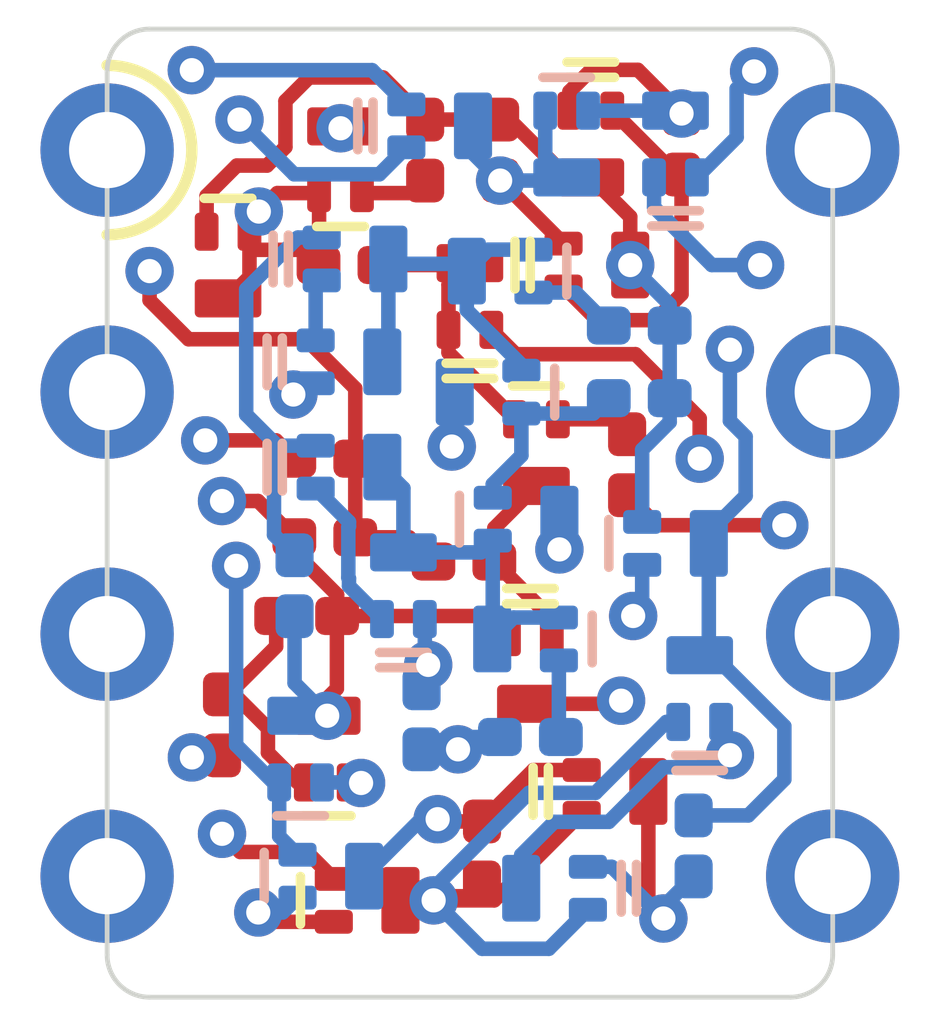
<source format=kicad_pcb>
(kicad_pcb (version 20171130) (host pcbnew "(5.1.10)-1")

  (general
    (thickness 1.6)
    (drawings 9)
    (tracks 388)
    (zones 0)
    (modules 44)
    (nets 34)
  )

  (page A4)
  (layers
    (0 F.Cu signal)
    (1 In1.Cu signal)
    (2 In2.Cu signal)
    (31 B.Cu signal)
    (32 B.Adhes user)
    (33 F.Adhes user hide)
    (34 B.Paste user hide)
    (35 F.Paste user hide)
    (36 B.SilkS user hide)
    (37 F.SilkS user)
    (38 B.Mask user hide)
    (39 F.Mask user hide)
    (40 Dwgs.User user)
    (41 Cmts.User user)
    (42 Eco1.User user)
    (43 Eco2.User user)
    (44 Edge.Cuts user)
    (45 Margin user)
    (46 B.CrtYd user hide)
    (47 F.CrtYd user hide)
    (48 B.Fab user hide)
    (49 F.Fab user hide)
  )

  (setup
    (last_trace_width 0.1524)
    (trace_clearance 0.1524)
    (zone_clearance 0.508)
    (zone_45_only no)
    (trace_min 0.1524)
    (via_size 0.508)
    (via_drill 0.254)
    (via_min_size 0.508)
    (via_min_drill 0.254)
    (uvia_size 0.3)
    (uvia_drill 0.1)
    (uvias_allowed no)
    (uvia_min_size 0.2)
    (uvia_min_drill 0.1)
    (edge_width 0.05)
    (segment_width 0.2)
    (pcb_text_width 0.3)
    (pcb_text_size 1.5 1.5)
    (mod_edge_width 0.12)
    (mod_text_size 1 1)
    (mod_text_width 0.15)
    (pad_size 1.524 1.524)
    (pad_drill 0.762)
    (pad_to_mask_clearance 0)
    (aux_axis_origin 0 0)
    (visible_elements 7FFFFF7F)
    (pcbplotparams
      (layerselection 0x010fc_ffffffff)
      (usegerberextensions false)
      (usegerberattributes true)
      (usegerberadvancedattributes true)
      (creategerberjobfile true)
      (excludeedgelayer true)
      (linewidth 0.100000)
      (plotframeref false)
      (viasonmask false)
      (mode 1)
      (useauxorigin false)
      (hpglpennumber 1)
      (hpglpenspeed 20)
      (hpglpendiameter 15.000000)
      (psnegative false)
      (psa4output false)
      (plotreference true)
      (plotvalue true)
      (plotinvisibletext false)
      (padsonsilk false)
      (subtractmaskfromsilk false)
      (outputformat 1)
      (mirror false)
      (drillshape 1)
      (scaleselection 1)
      (outputdirectory ""))
  )

  (net 0 "")
  (net 1 Vcc)
  (net 2 ~RST)
  (net 3 DIS)
  (net 4 OUT)
  (net 5 THR)
  (net 6 TRIG)
  (net 7 CTRL)
  (net 8 GND)
  (net 9 "Net-(Q1-Pad3)")
  (net 10 "Net-(Q1-Pad2)")
  (net 11 "Net-(Q2-Pad2)")
  (net 12 "Net-(Q3-Pad3)")
  (net 13 "Net-(Q3-Pad1)")
  (net 14 "Net-(Q5-Pad2)")
  (net 15 "Net-(Q15-Pad3)")
  (net 16 "Net-(Q6-Pad2)")
  (net 17 "Net-(Q8-Pad2)")
  (net 18 "Net-(Q11-Pad2)")
  (net 19 "Net-(Q9-Pad2)")
  (net 20 "Net-(Q191-Pad1)")
  (net 21 "Net-(Q10-Pad2)")
  (net 22 "Net-(Q11-Pad3)")
  (net 23 "Net-(Q12-Pad1)")
  (net 24 "Net-(Q13-Pad1)")
  (net 25 "Net-(Q14-Pad1)")
  (net 26 "Net-(Q16-Pad3)")
  (net 27 "Net-(Q17-Pad3)")
  (net 28 "Net-(Q18-Pad1)")
  (net 29 "Net-(Q20-Pad3)")
  (net 30 "Net-(Q20-Pad2)")
  (net 31 "Net-(Q21-Pad2)")
  (net 32 "Net-(Q24-Pad1)")
  (net 33 "Net-(Q25-Pad1)")

  (net_class Default "This is the default net class."
    (clearance 0.1524)
    (trace_width 0.1524)
    (via_dia 0.508)
    (via_drill 0.254)
    (uvia_dia 0.3)
    (uvia_drill 0.1)
    (add_net CTRL)
    (add_net DIS)
    (add_net GND)
    (add_net "Net-(Q1-Pad2)")
    (add_net "Net-(Q1-Pad3)")
    (add_net "Net-(Q10-Pad2)")
    (add_net "Net-(Q11-Pad2)")
    (add_net "Net-(Q11-Pad3)")
    (add_net "Net-(Q12-Pad1)")
    (add_net "Net-(Q13-Pad1)")
    (add_net "Net-(Q14-Pad1)")
    (add_net "Net-(Q15-Pad3)")
    (add_net "Net-(Q16-Pad3)")
    (add_net "Net-(Q17-Pad3)")
    (add_net "Net-(Q18-Pad1)")
    (add_net "Net-(Q191-Pad1)")
    (add_net "Net-(Q2-Pad2)")
    (add_net "Net-(Q20-Pad2)")
    (add_net "Net-(Q20-Pad3)")
    (add_net "Net-(Q21-Pad2)")
    (add_net "Net-(Q24-Pad1)")
    (add_net "Net-(Q25-Pad1)")
    (add_net "Net-(Q3-Pad1)")
    (add_net "Net-(Q3-Pad3)")
    (add_net "Net-(Q5-Pad2)")
    (add_net "Net-(Q6-Pad2)")
    (add_net "Net-(Q8-Pad2)")
    (add_net "Net-(Q9-Pad2)")
    (add_net OUT)
    (add_net THR)
    (add_net TRIG)
    (add_net Vcc)
    (add_net ~RST)
  )

  (module Resistor_SMD:R_0201_0603Metric (layer B.Cu) (tedit 5F68FEEE) (tstamp 615C4674)
    (at 43.688 39.9415 180)
    (descr "Resistor SMD 0201 (0603 Metric), square (rectangular) end terminal, IPC_7351 nominal, (Body size source: https://www.vishay.com/docs/20052/crcw0201e3.pdf), generated with kicad-footprint-generator")
    (tags resistor)
    (path /615A2DA8)
    (attr smd)
    (fp_text reference R1 (at 0 1.05) (layer B.SilkS) hide
      (effects (font (size 1 1) (thickness 0.15)) (justify mirror))
    )
    (fp_text value 4.7kΩ (at 0 -1.05) (layer B.Fab) hide
      (effects (font (size 1 1) (thickness 0.15)) (justify mirror))
    )
    (fp_line (start 0.7 -0.35) (end -0.7 -0.35) (layer B.CrtYd) (width 0.05))
    (fp_line (start 0.7 0.35) (end 0.7 -0.35) (layer B.CrtYd) (width 0.05))
    (fp_line (start -0.7 0.35) (end 0.7 0.35) (layer B.CrtYd) (width 0.05))
    (fp_line (start -0.7 -0.35) (end -0.7 0.35) (layer B.CrtYd) (width 0.05))
    (fp_line (start 0.3 -0.15) (end -0.3 -0.15) (layer B.Fab) (width 0.1))
    (fp_line (start 0.3 0.15) (end 0.3 -0.15) (layer B.Fab) (width 0.1))
    (fp_line (start -0.3 0.15) (end 0.3 0.15) (layer B.Fab) (width 0.1))
    (fp_line (start -0.3 -0.15) (end -0.3 0.15) (layer B.Fab) (width 0.1))
    (fp_text user %R (at 0 0) (layer B.Fab)
      (effects (font (size 0.25 0.25) (thickness 0.04)) (justify mirror))
    )
    (pad 2 smd roundrect (at 0.32 0 180) (size 0.46 0.4) (layers B.Cu B.Mask) (roundrect_rratio 0.25)
      (net 14 "Net-(Q5-Pad2)"))
    (pad 1 smd roundrect (at -0.32 0 180) (size 0.46 0.4) (layers B.Cu B.Mask) (roundrect_rratio 0.25)
      (net 1 Vcc))
    (pad "" smd roundrect (at 0.345 0 180) (size 0.318 0.36) (layers B.Paste) (roundrect_rratio 0.25))
    (pad "" smd roundrect (at -0.345 0 180) (size 0.318 0.36) (layers B.Paste) (roundrect_rratio 0.25))
    (model ${KISYS3DMOD}/Resistor_SMD.3dshapes/R_0201_0603Metric.wrl
      (at (xyz 0 0 0))
      (scale (xyz 1 1 1))
      (rotate (xyz 0 0 0))
    )
  )

  (module Resistor_SMD:R_0201_0603Metric (layer B.Cu) (tedit 5F68FEEE) (tstamp 615C4664)
    (at 43.688 40.7035 180)
    (descr "Resistor SMD 0201 (0603 Metric), square (rectangular) end terminal, IPC_7351 nominal, (Body size source: https://www.vishay.com/docs/20052/crcw0201e3.pdf), generated with kicad-footprint-generator")
    (tags resistor)
    (path /615A371E)
    (attr smd)
    (fp_text reference R2 (at 0 1.05) (layer B.SilkS) hide
      (effects (font (size 1 1) (thickness 0.15)) (justify mirror))
    )
    (fp_text value 820Ω (at 0 -1.05) (layer B.Fab) hide
      (effects (font (size 1 1) (thickness 0.15)) (justify mirror))
    )
    (fp_line (start -0.3 -0.15) (end -0.3 0.15) (layer B.Fab) (width 0.1))
    (fp_line (start -0.3 0.15) (end 0.3 0.15) (layer B.Fab) (width 0.1))
    (fp_line (start 0.3 0.15) (end 0.3 -0.15) (layer B.Fab) (width 0.1))
    (fp_line (start 0.3 -0.15) (end -0.3 -0.15) (layer B.Fab) (width 0.1))
    (fp_line (start -0.7 -0.35) (end -0.7 0.35) (layer B.CrtYd) (width 0.05))
    (fp_line (start -0.7 0.35) (end 0.7 0.35) (layer B.CrtYd) (width 0.05))
    (fp_line (start 0.7 0.35) (end 0.7 -0.35) (layer B.CrtYd) (width 0.05))
    (fp_line (start 0.7 -0.35) (end -0.7 -0.35) (layer B.CrtYd) (width 0.05))
    (fp_text user %R (at 0 0) (layer B.Fab)
      (effects (font (size 0.25 0.25) (thickness 0.04)) (justify mirror))
    )
    (pad "" smd roundrect (at -0.345 0 180) (size 0.318 0.36) (layers B.Paste) (roundrect_rratio 0.25))
    (pad "" smd roundrect (at 0.345 0 180) (size 0.318 0.36) (layers B.Paste) (roundrect_rratio 0.25))
    (pad 1 smd roundrect (at -0.32 0 180) (size 0.46 0.4) (layers B.Cu B.Mask) (roundrect_rratio 0.25)
      (net 1 Vcc))
    (pad 2 smd roundrect (at 0.32 0 180) (size 0.46 0.4) (layers B.Cu B.Mask) (roundrect_rratio 0.25)
      (net 16 "Net-(Q6-Pad2)"))
    (model ${KISYS3DMOD}/Resistor_SMD.3dshapes/R_0201_0603Metric.wrl
      (at (xyz 0 0 0))
      (scale (xyz 1 1 1))
      (rotate (xyz 0 0 0))
    )
  )

  (module Resistor_SMD:R_0201_0603Metric (layer B.Cu) (tedit 5F68FEEE) (tstamp 615C4654)
    (at 42.545 44.2595)
    (descr "Resistor SMD 0201 (0603 Metric), square (rectangular) end terminal, IPC_7351 nominal, (Body size source: https://www.vishay.com/docs/20052/crcw0201e3.pdf), generated with kicad-footprint-generator")
    (tags resistor)
    (path /615A3CEA)
    (attr smd)
    (fp_text reference R3 (at 0 1.05) (layer B.SilkS) hide
      (effects (font (size 1 1) (thickness 0.15)) (justify mirror))
    )
    (fp_text value 4.7kΩ (at 0 -1.05) (layer B.Fab) hide
      (effects (font (size 1 1) (thickness 0.15)) (justify mirror))
    )
    (fp_line (start 0.7 -0.35) (end -0.7 -0.35) (layer B.CrtYd) (width 0.05))
    (fp_line (start 0.7 0.35) (end 0.7 -0.35) (layer B.CrtYd) (width 0.05))
    (fp_line (start -0.7 0.35) (end 0.7 0.35) (layer B.CrtYd) (width 0.05))
    (fp_line (start -0.7 -0.35) (end -0.7 0.35) (layer B.CrtYd) (width 0.05))
    (fp_line (start 0.3 -0.15) (end -0.3 -0.15) (layer B.Fab) (width 0.1))
    (fp_line (start 0.3 0.15) (end 0.3 -0.15) (layer B.Fab) (width 0.1))
    (fp_line (start -0.3 0.15) (end 0.3 0.15) (layer B.Fab) (width 0.1))
    (fp_line (start -0.3 -0.15) (end -0.3 0.15) (layer B.Fab) (width 0.1))
    (fp_text user %R (at 0 0) (layer B.Fab)
      (effects (font (size 0.25 0.25) (thickness 0.04)) (justify mirror))
    )
    (pad 2 smd roundrect (at 0.32 0) (size 0.46 0.4) (layers B.Cu B.Mask) (roundrect_rratio 0.25)
      (net 17 "Net-(Q8-Pad2)"))
    (pad 1 smd roundrect (at -0.32 0) (size 0.46 0.4) (layers B.Cu B.Mask) (roundrect_rratio 0.25)
      (net 1 Vcc))
    (pad "" smd roundrect (at 0.345 0) (size 0.318 0.36) (layers B.Paste) (roundrect_rratio 0.25))
    (pad "" smd roundrect (at -0.345 0) (size 0.318 0.36) (layers B.Paste) (roundrect_rratio 0.25))
    (model ${KISYS3DMOD}/Resistor_SMD.3dshapes/R_0201_0603Metric.wrl
      (at (xyz 0 0 0))
      (scale (xyz 1 1 1))
      (rotate (xyz 0 0 0))
    )
  )

  (module Resistor_SMD:R_0201_0603Metric (layer F.Cu) (tedit 5F68FEEE) (tstamp 615C4644)
    (at 41.4401 38.1 270)
    (descr "Resistor SMD 0201 (0603 Metric), square (rectangular) end terminal, IPC_7351 nominal, (Body size source: https://www.vishay.com/docs/20052/crcw0201e3.pdf), generated with kicad-footprint-generator")
    (tags resistor)
    (path /615FDD50)
    (attr smd)
    (fp_text reference R4 (at 0 -1.05 270) (layer F.SilkS) hide
      (effects (font (size 1 1) (thickness 0.15)))
    )
    (fp_text value 1kΩ (at 0 1.05 270) (layer F.Fab) hide
      (effects (font (size 1 1) (thickness 0.15)))
    )
    (fp_line (start 0.7 0.35) (end -0.7 0.35) (layer F.CrtYd) (width 0.05))
    (fp_line (start 0.7 -0.35) (end 0.7 0.35) (layer F.CrtYd) (width 0.05))
    (fp_line (start -0.7 -0.35) (end 0.7 -0.35) (layer F.CrtYd) (width 0.05))
    (fp_line (start -0.7 0.35) (end -0.7 -0.35) (layer F.CrtYd) (width 0.05))
    (fp_line (start 0.3 0.15) (end -0.3 0.15) (layer F.Fab) (width 0.1))
    (fp_line (start 0.3 -0.15) (end 0.3 0.15) (layer F.Fab) (width 0.1))
    (fp_line (start -0.3 -0.15) (end 0.3 -0.15) (layer F.Fab) (width 0.1))
    (fp_line (start -0.3 0.15) (end -0.3 -0.15) (layer F.Fab) (width 0.1))
    (fp_text user %R (at 0 0 270) (layer F.Fab)
      (effects (font (size 0.25 0.25) (thickness 0.04)))
    )
    (pad 2 smd roundrect (at 0.32 0 270) (size 0.46 0.4) (layers F.Cu F.Mask) (roundrect_rratio 0.25)
      (net 19 "Net-(Q9-Pad2)"))
    (pad 1 smd roundrect (at -0.32 0 270) (size 0.46 0.4) (layers F.Cu F.Mask) (roundrect_rratio 0.25)
      (net 1 Vcc))
    (pad "" smd roundrect (at 0.345 0 270) (size 0.318 0.36) (layers F.Paste) (roundrect_rratio 0.25))
    (pad "" smd roundrect (at -0.345 0 270) (size 0.318 0.36) (layers F.Paste) (roundrect_rratio 0.25))
    (model ${KISYS3DMOD}/Resistor_SMD.3dshapes/R_0201_0603Metric.wrl
      (at (xyz 0 0 0))
      (scale (xyz 1 1 1))
      (rotate (xyz 0 0 0))
    )
  )

  (module Resistor_SMD:R_0201_0603Metric (layer B.Cu) (tedit 5F68FEEE) (tstamp 615C4634)
    (at 41.402 44.069 90)
    (descr "Resistor SMD 0201 (0603 Metric), square (rectangular) end terminal, IPC_7351 nominal, (Body size source: https://www.vishay.com/docs/20052/crcw0201e3.pdf), generated with kicad-footprint-generator")
    (tags resistor)
    (path /615CADAC)
    (attr smd)
    (fp_text reference R7 (at 0 1.05 270) (layer B.SilkS) hide
      (effects (font (size 1 1) (thickness 0.15)) (justify mirror))
    )
    (fp_text value 4.7kΩ (at 0 -1.05 270) (layer B.Fab) hide
      (effects (font (size 1 1) (thickness 0.15)) (justify mirror))
    )
    (fp_line (start -0.3 -0.15) (end -0.3 0.15) (layer B.Fab) (width 0.1))
    (fp_line (start -0.3 0.15) (end 0.3 0.15) (layer B.Fab) (width 0.1))
    (fp_line (start 0.3 0.15) (end 0.3 -0.15) (layer B.Fab) (width 0.1))
    (fp_line (start 0.3 -0.15) (end -0.3 -0.15) (layer B.Fab) (width 0.1))
    (fp_line (start -0.7 -0.35) (end -0.7 0.35) (layer B.CrtYd) (width 0.05))
    (fp_line (start -0.7 0.35) (end 0.7 0.35) (layer B.CrtYd) (width 0.05))
    (fp_line (start 0.7 0.35) (end 0.7 -0.35) (layer B.CrtYd) (width 0.05))
    (fp_line (start 0.7 -0.35) (end -0.7 -0.35) (layer B.CrtYd) (width 0.05))
    (fp_text user %R (at 0 0 270) (layer B.Fab)
      (effects (font (size 0.25 0.25) (thickness 0.04)) (justify mirror))
    )
    (pad "" smd roundrect (at -0.345 0 90) (size 0.318 0.36) (layers B.Paste) (roundrect_rratio 0.25))
    (pad "" smd roundrect (at 0.345 0 90) (size 0.318 0.36) (layers B.Paste) (roundrect_rratio 0.25))
    (pad 1 smd roundrect (at -0.32 0 90) (size 0.46 0.4) (layers B.Cu B.Mask) (roundrect_rratio 0.25)
      (net 1 Vcc))
    (pad 2 smd roundrect (at 0.32 0 90) (size 0.46 0.4) (layers B.Cu B.Mask) (roundrect_rratio 0.25)
      (net 7 CTRL))
    (model ${KISYS3DMOD}/Resistor_SMD.3dshapes/R_0201_0603Metric.wrl
      (at (xyz 0 0 0))
      (scale (xyz 1 1 1))
      (rotate (xyz 0 0 0))
    )
  )

  (module Resistor_SMD:R_0201_0603Metric (layer F.Cu) (tedit 5F68FEEE) (tstamp 615C4624)
    (at 42.2275 38.1 90)
    (descr "Resistor SMD 0201 (0603 Metric), square (rectangular) end terminal, IPC_7351 nominal, (Body size source: https://www.vishay.com/docs/20052/crcw0201e3.pdf), generated with kicad-footprint-generator")
    (tags resistor)
    (path /6171CC68)
    (attr smd)
    (fp_text reference R12 (at 0 -1.05 90) (layer F.SilkS) hide
      (effects (font (size 1 1) (thickness 0.15)))
    )
    (fp_text value 6.8kΩ (at 0 1.05 90) (layer F.Fab) hide
      (effects (font (size 1 1) (thickness 0.15)))
    )
    (fp_line (start -0.3 0.15) (end -0.3 -0.15) (layer F.Fab) (width 0.1))
    (fp_line (start -0.3 -0.15) (end 0.3 -0.15) (layer F.Fab) (width 0.1))
    (fp_line (start 0.3 -0.15) (end 0.3 0.15) (layer F.Fab) (width 0.1))
    (fp_line (start 0.3 0.15) (end -0.3 0.15) (layer F.Fab) (width 0.1))
    (fp_line (start -0.7 0.35) (end -0.7 -0.35) (layer F.CrtYd) (width 0.05))
    (fp_line (start -0.7 -0.35) (end 0.7 -0.35) (layer F.CrtYd) (width 0.05))
    (fp_line (start 0.7 -0.35) (end 0.7 0.35) (layer F.CrtYd) (width 0.05))
    (fp_line (start 0.7 0.35) (end -0.7 0.35) (layer F.CrtYd) (width 0.05))
    (fp_text user %R (at 0 0 90) (layer F.Fab)
      (effects (font (size 0.25 0.25) (thickness 0.04)))
    )
    (pad "" smd roundrect (at -0.345 0 90) (size 0.318 0.36) (layers F.Paste) (roundrect_rratio 0.25))
    (pad "" smd roundrect (at 0.345 0 90) (size 0.318 0.36) (layers F.Paste) (roundrect_rratio 0.25))
    (pad 1 smd roundrect (at -0.32 0 90) (size 0.46 0.4) (layers F.Cu F.Mask) (roundrect_rratio 0.25)
      (net 29 "Net-(Q20-Pad3)"))
    (pad 2 smd roundrect (at 0.32 0 90) (size 0.46 0.4) (layers F.Cu F.Mask) (roundrect_rratio 0.25)
      (net 1 Vcc))
    (model ${KISYS3DMOD}/Resistor_SMD.3dshapes/R_0201_0603Metric.wrl
      (at (xyz 0 0 0))
      (scale (xyz 1 1 1))
      (rotate (xyz 0 0 0))
    )
  )

  (module Resistor_SMD:R_0201_0603Metric (layer F.Cu) (tedit 5F68FEEE) (tstamp 615D1913)
    (at 40.64 39.3065)
    (descr "Resistor SMD 0201 (0603 Metric), square (rectangular) end terminal, IPC_7351 nominal, (Body size source: https://www.vishay.com/docs/20052/crcw0201e3.pdf), generated with kicad-footprint-generator")
    (tags resistor)
    (path /616E86FC)
    (attr smd)
    (fp_text reference R10 (at 0 -1.05 180) (layer F.SilkS) hide
      (effects (font (size 1 1) (thickness 0.15)))
    )
    (fp_text value 15kΩ (at 0 1.05 180) (layer F.Fab) hide
      (effects (font (size 1 1) (thickness 0.15)))
    )
    (fp_line (start -0.3 0.15) (end -0.3 -0.15) (layer F.Fab) (width 0.1))
    (fp_line (start -0.3 -0.15) (end 0.3 -0.15) (layer F.Fab) (width 0.1))
    (fp_line (start 0.3 -0.15) (end 0.3 0.15) (layer F.Fab) (width 0.1))
    (fp_line (start 0.3 0.15) (end -0.3 0.15) (layer F.Fab) (width 0.1))
    (fp_line (start -0.7 0.35) (end -0.7 -0.35) (layer F.CrtYd) (width 0.05))
    (fp_line (start -0.7 -0.35) (end 0.7 -0.35) (layer F.CrtYd) (width 0.05))
    (fp_line (start 0.7 -0.35) (end 0.7 0.35) (layer F.CrtYd) (width 0.05))
    (fp_line (start 0.7 0.35) (end -0.7 0.35) (layer F.CrtYd) (width 0.05))
    (fp_text user %R (at 0 0 180) (layer F.Fab)
      (effects (font (size 0.25 0.25) (thickness 0.04)))
    )
    (pad "" smd roundrect (at -0.345 0) (size 0.318 0.36) (layers F.Paste) (roundrect_rratio 0.25))
    (pad "" smd roundrect (at 0.345 0) (size 0.318 0.36) (layers F.Paste) (roundrect_rratio 0.25))
    (pad 1 smd roundrect (at -0.32 0) (size 0.46 0.4) (layers F.Cu F.Mask) (roundrect_rratio 0.25)
      (net 20 "Net-(Q191-Pad1)"))
    (pad 2 smd roundrect (at 0.32 0) (size 0.46 0.4) (layers F.Cu F.Mask) (roundrect_rratio 0.25)
      (net 28 "Net-(Q18-Pad1)"))
    (model ${KISYS3DMOD}/Resistor_SMD.3dshapes/R_0201_0603Metric.wrl
      (at (xyz 0 0 0))
      (scale (xyz 1 1 1))
      (rotate (xyz 0 0 0))
    )
  )

  (module Resistor_SMD:R_0201_0603Metric (layer F.Cu) (tedit 5F68FEEE) (tstamp 615C4604)
    (at 44.1325 38.0365 270)
    (descr "Resistor SMD 0201 (0603 Metric), square (rectangular) end terminal, IPC_7351 nominal, (Body size source: https://www.vishay.com/docs/20052/crcw0201e3.pdf), generated with kicad-footprint-generator")
    (tags resistor)
    (path /6174E87E)
    (attr smd)
    (fp_text reference R13 (at 0 -1.05 90) (layer F.SilkS) hide
      (effects (font (size 1 1) (thickness 0.15)))
    )
    (fp_text value 3.9kΩ (at 0 1.05 90) (layer F.Fab) hide
      (effects (font (size 1 1) (thickness 0.15)))
    )
    (fp_line (start -0.3 0.15) (end -0.3 -0.15) (layer F.Fab) (width 0.1))
    (fp_line (start -0.3 -0.15) (end 0.3 -0.15) (layer F.Fab) (width 0.1))
    (fp_line (start 0.3 -0.15) (end 0.3 0.15) (layer F.Fab) (width 0.1))
    (fp_line (start 0.3 0.15) (end -0.3 0.15) (layer F.Fab) (width 0.1))
    (fp_line (start -0.7 0.35) (end -0.7 -0.35) (layer F.CrtYd) (width 0.05))
    (fp_line (start -0.7 -0.35) (end 0.7 -0.35) (layer F.CrtYd) (width 0.05))
    (fp_line (start 0.7 -0.35) (end 0.7 0.35) (layer F.CrtYd) (width 0.05))
    (fp_line (start 0.7 0.35) (end -0.7 0.35) (layer F.CrtYd) (width 0.05))
    (fp_text user %R (at 0 0 90) (layer F.Fab)
      (effects (font (size 0.25 0.25) (thickness 0.04)))
    )
    (pad "" smd roundrect (at -0.345 0 270) (size 0.318 0.36) (layers F.Paste) (roundrect_rratio 0.25))
    (pad "" smd roundrect (at 0.345 0 270) (size 0.318 0.36) (layers F.Paste) (roundrect_rratio 0.25))
    (pad 1 smd roundrect (at -0.32 0 270) (size 0.46 0.4) (layers F.Cu F.Mask) (roundrect_rratio 0.25)
      (net 4 OUT))
    (pad 2 smd roundrect (at 0.32 0 270) (size 0.46 0.4) (layers F.Cu F.Mask) (roundrect_rratio 0.25)
      (net 31 "Net-(Q21-Pad2)"))
    (model ${KISYS3DMOD}/Resistor_SMD.3dshapes/R_0201_0603Metric.wrl
      (at (xyz 0 0 0))
      (scale (xyz 1 1 1))
      (rotate (xyz 0 0 0))
    )
  )

  (module discrete555:SOT-883L-alt (layer B.Cu) (tedit 61590B8B) (tstamp 615C45F2)
    (at 40.64 41.4274)
    (descr "SOT-883, https://assets.nexperia.com/documents/outline-drawing/SOT883.pdf")
    (tags SOT-883)
    (path /615BDEA9)
    (attr smd)
    (fp_text reference Q3 (at 0 1.905 180) (layer B.SilkS) hide
      (effects (font (size 1 1) (thickness 0.15)) (justify mirror))
    )
    (fp_text value CET3904E (at 0 -1.905 180) (layer B.Fab) hide
      (effects (font (size 1 1) (thickness 0.15)) (justify mirror))
    )
    (fp_line (start -0.86 -0.25) (end -0.86 0.25) (layer B.SilkS) (width 0.1))
    (fp_line (start -0.7 -0.5) (end -0.7 0.5) (layer B.CrtYd) (width 0.05))
    (fp_line (start 0.7 -0.5) (end -0.7 -0.5) (layer B.CrtYd) (width 0.05))
    (fp_line (start 0.7 0.5) (end 0.7 -0.5) (layer B.CrtYd) (width 0.05))
    (fp_line (start -0.7 0.5) (end 0.7 0.5) (layer B.CrtYd) (width 0.05))
    (fp_line (start -0.31 0.31) (end -0.51 0.11) (layer B.Fab) (width 0.1))
    (fp_line (start -0.51 -0.31) (end -0.51 0.11) (layer B.Fab) (width 0.1))
    (fp_line (start 0.51 -0.31) (end -0.51 -0.31) (layer B.Fab) (width 0.1))
    (fp_line (start 0.51 0.31) (end 0.51 -0.31) (layer B.Fab) (width 0.1))
    (fp_line (start -0.31 0.31) (end 0.51 0.31) (layer B.Fab) (width 0.1))
    (fp_line (start -0.7 -0.25) (end -0.7 0.25) (layer B.SilkS) (width 0.1))
    (fp_text user %R (at 0 0 180) (layer B.Fab)
      (effects (font (size 0.2 0.2) (thickness 0.03)) (justify mirror))
    )
    (pad 1 smd roundrect (at -0.35 0.225) (size 0.4 0.25) (layers B.Cu B.Paste B.Mask) (roundrect_rratio 0.2)
      (net 13 "Net-(Q3-Pad1)"))
    (pad 2 smd roundrect (at -0.35 -0.225) (size 0.4 0.25) (layers B.Cu B.Paste B.Mask) (roundrect_rratio 0.2)
      (net 11 "Net-(Q2-Pad2)"))
    (pad 3 smd roundrect (at 0.35 0) (size 0.4 0.7) (layers B.Cu B.Paste B.Mask) (roundrect_rratio 0.125)
      (net 12 "Net-(Q3-Pad3)"))
    (model ${KIPRJMOD}/discrete555.pretty/sot883b.stp
      (at (xyz 0 0 0))
      (scale (xyz 1 1 1))
      (rotate (xyz 0 0 0))
    )
  )

  (module discrete555:SOT-883L-alt (layer B.Cu) (tedit 61590B8B) (tstamp 615C45E0)
    (at 44.069 38.0365 90)
    (descr "SOT-883, https://assets.nexperia.com/documents/outline-drawing/SOT883.pdf")
    (tags SOT-883)
    (path /61772586)
    (attr smd)
    (fp_text reference Q24 (at 0 1.905 270) (layer B.SilkS) hide
      (effects (font (size 1 1) (thickness 0.15)) (justify mirror))
    )
    (fp_text value CET3904E (at 0 -1.905 270) (layer B.Fab) hide
      (effects (font (size 1 1) (thickness 0.15)) (justify mirror))
    )
    (fp_line (start -0.86 -0.25) (end -0.86 0.25) (layer B.SilkS) (width 0.1))
    (fp_line (start -0.7 -0.5) (end -0.7 0.5) (layer B.CrtYd) (width 0.05))
    (fp_line (start 0.7 -0.5) (end -0.7 -0.5) (layer B.CrtYd) (width 0.05))
    (fp_line (start 0.7 0.5) (end 0.7 -0.5) (layer B.CrtYd) (width 0.05))
    (fp_line (start -0.7 0.5) (end 0.7 0.5) (layer B.CrtYd) (width 0.05))
    (fp_line (start -0.31 0.31) (end -0.51 0.11) (layer B.Fab) (width 0.1))
    (fp_line (start -0.51 -0.31) (end -0.51 0.11) (layer B.Fab) (width 0.1))
    (fp_line (start 0.51 -0.31) (end -0.51 -0.31) (layer B.Fab) (width 0.1))
    (fp_line (start 0.51 0.31) (end 0.51 -0.31) (layer B.Fab) (width 0.1))
    (fp_line (start -0.31 0.31) (end 0.51 0.31) (layer B.Fab) (width 0.1))
    (fp_line (start -0.7 -0.25) (end -0.7 0.25) (layer B.SilkS) (width 0.1))
    (fp_text user %R (at 0 0 270) (layer B.Fab)
      (effects (font (size 0.2 0.2) (thickness 0.03)) (justify mirror))
    )
    (pad 1 smd roundrect (at -0.35 0.225 90) (size 0.4 0.25) (layers B.Cu B.Paste B.Mask) (roundrect_rratio 0.2)
      (net 32 "Net-(Q24-Pad1)"))
    (pad 2 smd roundrect (at -0.35 -0.225 90) (size 0.4 0.25) (layers B.Cu B.Paste B.Mask) (roundrect_rratio 0.2)
      (net 8 GND))
    (pad 3 smd roundrect (at 0.35 0 90) (size 0.4 0.7) (layers B.Cu B.Paste B.Mask) (roundrect_rratio 0.125)
      (net 4 OUT))
    (model ${KIPRJMOD}/discrete555.pretty/sot883b.stp
      (at (xyz 0 0 0))
      (scale (xyz 1 1 1))
      (rotate (xyz 0 0 0))
    )
  )

  (module discrete555:SOT-883L-alt (layer B.Cu) (tedit 61590B8B) (tstamp 615C45CE)
    (at 41.2115 42.672 90)
    (descr "SOT-883, https://assets.nexperia.com/documents/outline-drawing/SOT883.pdf")
    (tags SOT-883)
    (path /615BE56B)
    (attr smd)
    (fp_text reference Q4 (at 0 1.905 90) (layer B.SilkS) hide
      (effects (font (size 1 1) (thickness 0.15)) (justify mirror))
    )
    (fp_text value CET3904E (at 0 -1.905 90) (layer B.Fab) hide
      (effects (font (size 1 1) (thickness 0.15)) (justify mirror))
    )
    (fp_line (start -0.86 -0.25) (end -0.86 0.25) (layer B.SilkS) (width 0.1))
    (fp_line (start -0.7 -0.5) (end -0.7 0.5) (layer B.CrtYd) (width 0.05))
    (fp_line (start 0.7 -0.5) (end -0.7 -0.5) (layer B.CrtYd) (width 0.05))
    (fp_line (start 0.7 0.5) (end 0.7 -0.5) (layer B.CrtYd) (width 0.05))
    (fp_line (start -0.7 0.5) (end 0.7 0.5) (layer B.CrtYd) (width 0.05))
    (fp_line (start -0.31 0.31) (end -0.51 0.11) (layer B.Fab) (width 0.1))
    (fp_line (start -0.51 -0.31) (end -0.51 0.11) (layer B.Fab) (width 0.1))
    (fp_line (start 0.51 -0.31) (end -0.51 -0.31) (layer B.Fab) (width 0.1))
    (fp_line (start 0.51 0.31) (end 0.51 -0.31) (layer B.Fab) (width 0.1))
    (fp_line (start -0.31 0.31) (end 0.51 0.31) (layer B.Fab) (width 0.1))
    (fp_line (start -0.7 -0.25) (end -0.7 0.25) (layer B.SilkS) (width 0.1))
    (fp_text user %R (at 0 0 90) (layer B.Fab)
      (effects (font (size 0.2 0.2) (thickness 0.03)) (justify mirror))
    )
    (pad 1 smd roundrect (at -0.35 0.225 90) (size 0.4 0.25) (layers B.Cu B.Paste B.Mask) (roundrect_rratio 0.2)
      (net 7 CTRL))
    (pad 2 smd roundrect (at -0.35 -0.225 90) (size 0.4 0.25) (layers B.Cu B.Paste B.Mask) (roundrect_rratio 0.2)
      (net 13 "Net-(Q3-Pad1)"))
    (pad 3 smd roundrect (at 0.35 0 90) (size 0.4 0.7) (layers B.Cu B.Paste B.Mask) (roundrect_rratio 0.125)
      (net 12 "Net-(Q3-Pad3)"))
    (model ${KIPRJMOD}/discrete555.pretty/sot883b.stp
      (at (xyz 0 0 0))
      (scale (xyz 1 1 1))
      (rotate (xyz 0 0 0))
    )
  )

  (module discrete555:SOT-883L (layer B.Cu) (tedit 61590B7E) (tstamp 615C45BD)
    (at 42.2275 39.37 180)
    (descr "SOT-883, https://assets.nexperia.com/documents/outline-drawing/SOT883.pdf")
    (tags SOT-883)
    (path /615A4244)
    (attr smd)
    (fp_text reference Q5 (at 0 1.905 180) (layer B.SilkS) hide
      (effects (font (size 1 1) (thickness 0.15)) (justify mirror))
    )
    (fp_text value CET3906E (at 0 -1.905 180) (layer B.Fab) hide
      (effects (font (size 1 1) (thickness 0.15)) (justify mirror))
    )
    (fp_line (start -0.7 -0.5) (end -0.7 0.5) (layer B.CrtYd) (width 0.05))
    (fp_line (start 0.7 -0.5) (end -0.7 -0.5) (layer B.CrtYd) (width 0.05))
    (fp_line (start 0.7 0.5) (end 0.7 -0.5) (layer B.CrtYd) (width 0.05))
    (fp_line (start -0.7 0.5) (end 0.7 0.5) (layer B.CrtYd) (width 0.05))
    (fp_line (start -0.31 0.31) (end -0.51 0.11) (layer B.Fab) (width 0.1))
    (fp_line (start -0.51 -0.31) (end -0.51 0.11) (layer B.Fab) (width 0.1))
    (fp_line (start 0.51 -0.31) (end -0.51 -0.31) (layer B.Fab) (width 0.1))
    (fp_line (start 0.51 0.31) (end 0.51 -0.31) (layer B.Fab) (width 0.1))
    (fp_line (start -0.31 0.31) (end 0.51 0.31) (layer B.Fab) (width 0.1))
    (fp_line (start -0.7 -0.25) (end -0.7 0.25) (layer B.SilkS) (width 0.1))
    (fp_text user %R (at 0 0 180) (layer B.Fab)
      (effects (font (size 0.2 0.2) (thickness 0.03)) (justify mirror))
    )
    (pad 1 smd roundrect (at -0.35 0.225 180) (size 0.4 0.25) (layers B.Cu B.Paste B.Mask) (roundrect_rratio 0.2)
      (net 9 "Net-(Q1-Pad3)"))
    (pad 2 smd roundrect (at -0.35 -0.225 180) (size 0.4 0.25) (layers B.Cu B.Paste B.Mask) (roundrect_rratio 0.2)
      (net 14 "Net-(Q5-Pad2)"))
    (pad 3 smd roundrect (at 0.35 0 180) (size 0.4 0.7) (layers B.Cu B.Paste B.Mask) (roundrect_rratio 0.125)
      (net 9 "Net-(Q1-Pad3)"))
    (model ${KIPRJMOD}/discrete555.pretty/sot883b.stp
      (at (xyz 0 0 0))
      (scale (xyz 1 1 1))
      (rotate (xyz 0 0 0))
    )
  )

  (module discrete555:SOT-883L (layer B.Cu) (tedit 61590B7E) (tstamp 615C45AC)
    (at 42.4998 41.9735)
    (descr "SOT-883, https://assets.nexperia.com/documents/outline-drawing/SOT883.pdf")
    (tags SOT-883)
    (path /615AFA12)
    (attr smd)
    (fp_text reference Q7 (at 0 1.905 180) (layer B.SilkS) hide
      (effects (font (size 1 1) (thickness 0.15)) (justify mirror))
    )
    (fp_text value CET3906E (at 0 -1.905 180) (layer B.Fab) hide
      (effects (font (size 1 1) (thickness 0.15)) (justify mirror))
    )
    (fp_line (start -0.7 -0.5) (end -0.7 0.5) (layer B.CrtYd) (width 0.05))
    (fp_line (start 0.7 -0.5) (end -0.7 -0.5) (layer B.CrtYd) (width 0.05))
    (fp_line (start 0.7 0.5) (end 0.7 -0.5) (layer B.CrtYd) (width 0.05))
    (fp_line (start -0.7 0.5) (end 0.7 0.5) (layer B.CrtYd) (width 0.05))
    (fp_line (start -0.31 0.31) (end -0.51 0.11) (layer B.Fab) (width 0.1))
    (fp_line (start -0.51 -0.31) (end -0.51 0.11) (layer B.Fab) (width 0.1))
    (fp_line (start 0.51 -0.31) (end -0.51 -0.31) (layer B.Fab) (width 0.1))
    (fp_line (start 0.51 0.31) (end 0.51 -0.31) (layer B.Fab) (width 0.1))
    (fp_line (start -0.31 0.31) (end 0.51 0.31) (layer B.Fab) (width 0.1))
    (fp_line (start -0.7 -0.25) (end -0.7 0.25) (layer B.SilkS) (width 0.1))
    (fp_text user %R (at 0 0 180) (layer B.Fab)
      (effects (font (size 0.2 0.2) (thickness 0.03)) (justify mirror))
    )
    (pad 1 smd roundrect (at -0.35 0.225) (size 0.4 0.25) (layers B.Cu B.Paste B.Mask) (roundrect_rratio 0.2)
      (net 12 "Net-(Q3-Pad3)"))
    (pad 2 smd roundrect (at -0.35 -0.225) (size 0.4 0.25) (layers B.Cu B.Paste B.Mask) (roundrect_rratio 0.2)
      (net 16 "Net-(Q6-Pad2)"))
    (pad 3 smd roundrect (at 0.35 0) (size 0.4 0.7) (layers B.Cu B.Paste B.Mask) (roundrect_rratio 0.125)
      (net 8 GND))
    (model ${KIPRJMOD}/discrete555.pretty/sot883b.stp
      (at (xyz 0 0 0))
      (scale (xyz 1 1 1))
      (rotate (xyz 0 0 0))
    )
  )

  (module discrete555:SOT-883L-alt (layer F.Cu) (tedit 61590B8B) (tstamp 615C459A)
    (at 42.545 43.561 270)
    (descr "SOT-883, https://assets.nexperia.com/documents/outline-drawing/SOT883.pdf")
    (tags SOT-883)
    (path /6179978D)
    (attr smd)
    (fp_text reference Q14 (at 0 -1.905 90) (layer F.SilkS) hide
      (effects (font (size 1 1) (thickness 0.15)))
    )
    (fp_text value CET3904E (at 0 1.905 90) (layer F.Fab) hide
      (effects (font (size 1 1) (thickness 0.15)))
    )
    (fp_line (start -0.7 0.25) (end -0.7 -0.25) (layer F.SilkS) (width 0.1))
    (fp_line (start -0.31 -0.31) (end 0.51 -0.31) (layer F.Fab) (width 0.1))
    (fp_line (start 0.51 -0.31) (end 0.51 0.31) (layer F.Fab) (width 0.1))
    (fp_line (start 0.51 0.31) (end -0.51 0.31) (layer F.Fab) (width 0.1))
    (fp_line (start -0.51 0.31) (end -0.51 -0.11) (layer F.Fab) (width 0.1))
    (fp_line (start -0.31 -0.31) (end -0.51 -0.11) (layer F.Fab) (width 0.1))
    (fp_line (start -0.7 -0.5) (end 0.7 -0.5) (layer F.CrtYd) (width 0.05))
    (fp_line (start 0.7 -0.5) (end 0.7 0.5) (layer F.CrtYd) (width 0.05))
    (fp_line (start 0.7 0.5) (end -0.7 0.5) (layer F.CrtYd) (width 0.05))
    (fp_line (start -0.7 0.5) (end -0.7 -0.5) (layer F.CrtYd) (width 0.05))
    (fp_line (start -0.86 0.25) (end -0.86 -0.25) (layer F.SilkS) (width 0.1))
    (fp_text user %R (at 0 0 90) (layer F.Fab)
      (effects (font (size 0.2 0.2) (thickness 0.03)))
    )
    (pad 3 smd roundrect (at 0.35 0 270) (size 0.4 0.7) (layers F.Cu F.Paste F.Mask) (roundrect_rratio 0.125)
      (net 3 DIS))
    (pad 2 smd roundrect (at -0.35 0.225 270) (size 0.4 0.25) (layers F.Cu F.Paste F.Mask) (roundrect_rratio 0.2)
      (net 8 GND))
    (pad 1 smd roundrect (at -0.35 -0.225 270) (size 0.4 0.25) (layers F.Cu F.Paste F.Mask) (roundrect_rratio 0.2)
      (net 25 "Net-(Q14-Pad1)"))
    (model ${KIPRJMOD}/discrete555.pretty/sot883b.stp
      (at (xyz 0 0 0))
      (scale (xyz 1 1 1))
      (rotate (xyz 0 0 0))
    )
  )

  (module discrete555:SOT-883L (layer F.Cu) (tedit 61590B7E) (tstamp 615C4589)
    (at 40.5511 38.2016 90)
    (descr "SOT-883, https://assets.nexperia.com/documents/outline-drawing/SOT883.pdf")
    (tags SOT-883)
    (path /616006D7)
    (attr smd)
    (fp_text reference Q9 (at 0 -1.905 90) (layer F.SilkS) hide
      (effects (font (size 1 1) (thickness 0.15)))
    )
    (fp_text value CET3906E (at 0 1.905 90) (layer F.Fab) hide
      (effects (font (size 1 1) (thickness 0.15)))
    )
    (fp_line (start -0.7 0.5) (end -0.7 -0.5) (layer F.CrtYd) (width 0.05))
    (fp_line (start 0.7 0.5) (end -0.7 0.5) (layer F.CrtYd) (width 0.05))
    (fp_line (start 0.7 -0.5) (end 0.7 0.5) (layer F.CrtYd) (width 0.05))
    (fp_line (start -0.7 -0.5) (end 0.7 -0.5) (layer F.CrtYd) (width 0.05))
    (fp_line (start -0.31 -0.31) (end -0.51 -0.11) (layer F.Fab) (width 0.1))
    (fp_line (start -0.51 0.31) (end -0.51 -0.11) (layer F.Fab) (width 0.1))
    (fp_line (start 0.51 0.31) (end -0.51 0.31) (layer F.Fab) (width 0.1))
    (fp_line (start 0.51 -0.31) (end 0.51 0.31) (layer F.Fab) (width 0.1))
    (fp_line (start -0.31 -0.31) (end 0.51 -0.31) (layer F.Fab) (width 0.1))
    (fp_line (start -0.7 0.25) (end -0.7 -0.25) (layer F.SilkS) (width 0.1))
    (fp_text user %R (at 0 0 90) (layer F.Fab)
      (effects (font (size 0.2 0.2) (thickness 0.03)))
    )
    (pad 1 smd roundrect (at -0.35 -0.225 90) (size 0.4 0.25) (layers F.Cu F.Paste F.Mask) (roundrect_rratio 0.2)
      (net 20 "Net-(Q191-Pad1)"))
    (pad 2 smd roundrect (at -0.35 0.225 90) (size 0.4 0.25) (layers F.Cu F.Paste F.Mask) (roundrect_rratio 0.2)
      (net 19 "Net-(Q9-Pad2)"))
    (pad 3 smd roundrect (at 0.35 0 90) (size 0.4 0.7) (layers F.Cu F.Paste F.Mask) (roundrect_rratio 0.125)
      (net 18 "Net-(Q11-Pad2)"))
    (model ${KIPRJMOD}/discrete555.pretty/sot883b.stp
      (at (xyz 0 0 0))
      (scale (xyz 1 1 1))
      (rotate (xyz 0 0 0))
    )
  )

  (module discrete555:SOT-883L (layer F.Cu) (tedit 61590B7E) (tstamp 615CFAB1)
    (at 40.8305 45.974)
    (descr "SOT-883, https://assets.nexperia.com/documents/outline-drawing/SOT883.pdf")
    (tags SOT-883)
    (path /615D33E0)
    (attr smd)
    (fp_text reference Q10 (at 0 -1.905 180) (layer F.SilkS) hide
      (effects (font (size 1 1) (thickness 0.15)))
    )
    (fp_text value CET3906E (at 0 1.905 180) (layer F.Fab) hide
      (effects (font (size 1 1) (thickness 0.15)))
    )
    (fp_line (start -0.7 0.25) (end -0.7 -0.25) (layer F.SilkS) (width 0.1))
    (fp_line (start -0.31 -0.31) (end 0.51 -0.31) (layer F.Fab) (width 0.1))
    (fp_line (start 0.51 -0.31) (end 0.51 0.31) (layer F.Fab) (width 0.1))
    (fp_line (start 0.51 0.31) (end -0.51 0.31) (layer F.Fab) (width 0.1))
    (fp_line (start -0.51 0.31) (end -0.51 -0.11) (layer F.Fab) (width 0.1))
    (fp_line (start -0.31 -0.31) (end -0.51 -0.11) (layer F.Fab) (width 0.1))
    (fp_line (start -0.7 -0.5) (end 0.7 -0.5) (layer F.CrtYd) (width 0.05))
    (fp_line (start 0.7 -0.5) (end 0.7 0.5) (layer F.CrtYd) (width 0.05))
    (fp_line (start 0.7 0.5) (end -0.7 0.5) (layer F.CrtYd) (width 0.05))
    (fp_line (start -0.7 0.5) (end -0.7 -0.5) (layer F.CrtYd) (width 0.05))
    (fp_text user %R (at 0 0 180) (layer F.Fab)
      (effects (font (size 0.2 0.2) (thickness 0.03)))
    )
    (pad 3 smd roundrect (at 0.35 0) (size 0.4 0.7) (layers F.Cu F.Paste F.Mask) (roundrect_rratio 0.125)
      (net 8 GND))
    (pad 2 smd roundrect (at -0.35 0.225) (size 0.4 0.25) (layers F.Cu F.Paste F.Mask) (roundrect_rratio 0.2)
      (net 21 "Net-(Q10-Pad2)"))
    (pad 1 smd roundrect (at -0.35 -0.225) (size 0.4 0.25) (layers F.Cu F.Paste F.Mask) (roundrect_rratio 0.2)
      (net 6 TRIG))
    (model ${KIPRJMOD}/discrete555.pretty/sot883b.stp
      (at (xyz 0 0 0))
      (scale (xyz 1 1 1))
      (rotate (xyz 0 0 0))
    )
  )

  (module discrete555:SOT-883L-alt (layer F.Cu) (tedit 61590B8B) (tstamp 615C4566)
    (at 43.2435 39.3065)
    (descr "SOT-883, https://assets.nexperia.com/documents/outline-drawing/SOT883.pdf")
    (tags SOT-883)
    (path /6172AFA4)
    (attr smd)
    (fp_text reference Q21 (at 0 -1.905) (layer F.SilkS) hide
      (effects (font (size 1 1) (thickness 0.15)))
    )
    (fp_text value CET3904E (at 0 1.905) (layer F.Fab) hide
      (effects (font (size 1 1) (thickness 0.15)))
    )
    (fp_line (start -0.86 0.25) (end -0.86 -0.25) (layer F.SilkS) (width 0.1))
    (fp_line (start -0.7 0.5) (end -0.7 -0.5) (layer F.CrtYd) (width 0.05))
    (fp_line (start 0.7 0.5) (end -0.7 0.5) (layer F.CrtYd) (width 0.05))
    (fp_line (start 0.7 -0.5) (end 0.7 0.5) (layer F.CrtYd) (width 0.05))
    (fp_line (start -0.7 -0.5) (end 0.7 -0.5) (layer F.CrtYd) (width 0.05))
    (fp_line (start -0.31 -0.31) (end -0.51 -0.11) (layer F.Fab) (width 0.1))
    (fp_line (start -0.51 0.31) (end -0.51 -0.11) (layer F.Fab) (width 0.1))
    (fp_line (start 0.51 0.31) (end -0.51 0.31) (layer F.Fab) (width 0.1))
    (fp_line (start 0.51 -0.31) (end 0.51 0.31) (layer F.Fab) (width 0.1))
    (fp_line (start -0.31 -0.31) (end 0.51 -0.31) (layer F.Fab) (width 0.1))
    (fp_line (start -0.7 0.25) (end -0.7 -0.25) (layer F.SilkS) (width 0.1))
    (fp_text user %R (at 0 0) (layer F.Fab)
      (effects (font (size 0.2 0.2) (thickness 0.03)))
    )
    (pad 1 smd roundrect (at -0.35 -0.225) (size 0.4 0.25) (layers F.Cu F.Paste F.Mask) (roundrect_rratio 0.2)
      (net 29 "Net-(Q20-Pad3)"))
    (pad 2 smd roundrect (at -0.35 0.225) (size 0.4 0.25) (layers F.Cu F.Paste F.Mask) (roundrect_rratio 0.2)
      (net 31 "Net-(Q21-Pad2)"))
    (pad 3 smd roundrect (at 0.35 0) (size 0.4 0.7) (layers F.Cu F.Paste F.Mask) (roundrect_rratio 0.125)
      (net 1 Vcc))
    (model ${KIPRJMOD}/discrete555.pretty/sot883b.stp
      (at (xyz 0 0 0))
      (scale (xyz 1 1 1))
      (rotate (xyz 0 0 0))
    )
  )

  (module discrete555:SOT-883L-alt (layer F.Cu) (tedit 61590B8B) (tstamp 615C4554)
    (at 43.18 38.0365 270)
    (descr "SOT-883, https://assets.nexperia.com/documents/outline-drawing/SOT883.pdf")
    (tags SOT-883)
    (path /617297DE)
    (attr smd)
    (fp_text reference Q22 (at 0 -1.905 90) (layer F.SilkS) hide
      (effects (font (size 1 1) (thickness 0.15)))
    )
    (fp_text value CET3904E (at 0 1.905 90) (layer F.Fab) hide
      (effects (font (size 1 1) (thickness 0.15)))
    )
    (fp_line (start -0.86 0.25) (end -0.86 -0.25) (layer F.SilkS) (width 0.1))
    (fp_line (start -0.7 0.5) (end -0.7 -0.5) (layer F.CrtYd) (width 0.05))
    (fp_line (start 0.7 0.5) (end -0.7 0.5) (layer F.CrtYd) (width 0.05))
    (fp_line (start 0.7 -0.5) (end 0.7 0.5) (layer F.CrtYd) (width 0.05))
    (fp_line (start -0.7 -0.5) (end 0.7 -0.5) (layer F.CrtYd) (width 0.05))
    (fp_line (start -0.31 -0.31) (end -0.51 -0.11) (layer F.Fab) (width 0.1))
    (fp_line (start -0.51 0.31) (end -0.51 -0.11) (layer F.Fab) (width 0.1))
    (fp_line (start 0.51 0.31) (end -0.51 0.31) (layer F.Fab) (width 0.1))
    (fp_line (start 0.51 -0.31) (end 0.51 0.31) (layer F.Fab) (width 0.1))
    (fp_line (start -0.31 -0.31) (end 0.51 -0.31) (layer F.Fab) (width 0.1))
    (fp_line (start -0.7 0.25) (end -0.7 -0.25) (layer F.SilkS) (width 0.1))
    (fp_text user %R (at 0 0 90) (layer F.Fab)
      (effects (font (size 0.2 0.2) (thickness 0.03)))
    )
    (pad 1 smd roundrect (at -0.35 -0.225 270) (size 0.4 0.25) (layers F.Cu F.Paste F.Mask) (roundrect_rratio 0.2)
      (net 31 "Net-(Q21-Pad2)"))
    (pad 2 smd roundrect (at -0.35 0.225 270) (size 0.4 0.25) (layers F.Cu F.Paste F.Mask) (roundrect_rratio 0.2)
      (net 4 OUT))
    (pad 3 smd roundrect (at 0.35 0 270) (size 0.4 0.7) (layers F.Cu F.Paste F.Mask) (roundrect_rratio 0.125)
      (net 1 Vcc))
    (model ${KIPRJMOD}/discrete555.pretty/sot883b.stp
      (at (xyz 0 0 0))
      (scale (xyz 1 1 1))
      (rotate (xyz 0 0 0))
    )
  )

  (module discrete555:SOT-883L-alt (layer B.Cu) (tedit 61590B8B) (tstamp 615B98F7)
    (at 40.7035 39.243)
    (descr "SOT-883, https://assets.nexperia.com/documents/outline-drawing/SOT883.pdf")
    (tags SOT-883)
    (path /615BC822)
    (attr smd)
    (fp_text reference Q2 (at 0 1.905 180) (layer B.SilkS) hide
      (effects (font (size 1 1) (thickness 0.15)) (justify mirror))
    )
    (fp_text value CET3904E (at 0 -1.905 180) (layer B.Fab) hide
      (effects (font (size 1 1) (thickness 0.15)) (justify mirror))
    )
    (fp_line (start -0.86 -0.25) (end -0.86 0.25) (layer B.SilkS) (width 0.1))
    (fp_line (start -0.7 -0.5) (end -0.7 0.5) (layer B.CrtYd) (width 0.05))
    (fp_line (start 0.7 -0.5) (end -0.7 -0.5) (layer B.CrtYd) (width 0.05))
    (fp_line (start 0.7 0.5) (end 0.7 -0.5) (layer B.CrtYd) (width 0.05))
    (fp_line (start -0.7 0.5) (end 0.7 0.5) (layer B.CrtYd) (width 0.05))
    (fp_line (start -0.31 0.31) (end -0.51 0.11) (layer B.Fab) (width 0.1))
    (fp_line (start -0.51 -0.31) (end -0.51 0.11) (layer B.Fab) (width 0.1))
    (fp_line (start 0.51 -0.31) (end -0.51 -0.31) (layer B.Fab) (width 0.1))
    (fp_line (start 0.51 0.31) (end 0.51 -0.31) (layer B.Fab) (width 0.1))
    (fp_line (start -0.31 0.31) (end 0.51 0.31) (layer B.Fab) (width 0.1))
    (fp_line (start -0.7 -0.25) (end -0.7 0.25) (layer B.SilkS) (width 0.1))
    (fp_text user %R (at 0 0 180) (layer B.Fab)
      (effects (font (size 0.2 0.2) (thickness 0.03)) (justify mirror))
    )
    (pad 1 smd roundrect (at -0.35 0.225) (size 0.4 0.25) (layers B.Cu B.Paste B.Mask) (roundrect_rratio 0.2)
      (net 10 "Net-(Q1-Pad2)"))
    (pad 2 smd roundrect (at -0.35 -0.225) (size 0.4 0.25) (layers B.Cu B.Paste B.Mask) (roundrect_rratio 0.2)
      (net 11 "Net-(Q2-Pad2)"))
    (pad 3 smd roundrect (at 0.35 0) (size 0.4 0.7) (layers B.Cu B.Paste B.Mask) (roundrect_rratio 0.125)
      (net 9 "Net-(Q1-Pad3)"))
    (model ${KIPRJMOD}/discrete555.pretty/sot883b.stp
      (at (xyz 0 0 0))
      (scale (xyz 1 1 1))
      (rotate (xyz 0 0 0))
    )
  )

  (module Resistor_SMD:R_0201_0603Metric (layer F.Cu) (tedit 5F68FEEE) (tstamp 615C4532)
    (at 39.3065 44.1325 90)
    (descr "Resistor SMD 0201 (0603 Metric), square (rectangular) end terminal, IPC_7351 nominal, (Body size source: https://www.vishay.com/docs/20052/crcw0201e3.pdf), generated with kicad-footprint-generator")
    (tags resistor)
    (path /615C74F6)
    (attr smd)
    (fp_text reference R8 (at 0 -1.05 90) (layer F.SilkS) hide
      (effects (font (size 1 1) (thickness 0.15)))
    )
    (fp_text value 4.7kΩ (at 0 1.05 90) (layer F.Fab) hide
      (effects (font (size 1 1) (thickness 0.15)))
    )
    (fp_line (start 0.7 0.35) (end -0.7 0.35) (layer F.CrtYd) (width 0.05))
    (fp_line (start 0.7 -0.35) (end 0.7 0.35) (layer F.CrtYd) (width 0.05))
    (fp_line (start -0.7 -0.35) (end 0.7 -0.35) (layer F.CrtYd) (width 0.05))
    (fp_line (start -0.7 0.35) (end -0.7 -0.35) (layer F.CrtYd) (width 0.05))
    (fp_line (start 0.3 0.15) (end -0.3 0.15) (layer F.Fab) (width 0.1))
    (fp_line (start 0.3 -0.15) (end 0.3 0.15) (layer F.Fab) (width 0.1))
    (fp_line (start -0.3 -0.15) (end 0.3 -0.15) (layer F.Fab) (width 0.1))
    (fp_line (start -0.3 0.15) (end -0.3 -0.15) (layer F.Fab) (width 0.1))
    (fp_text user %R (at 0 0 90) (layer F.Fab)
      (effects (font (size 0.25 0.25) (thickness 0.04)))
    )
    (pad 2 smd roundrect (at 0.32 0 90) (size 0.46 0.4) (layers F.Cu F.Mask) (roundrect_rratio 0.25)
      (net 24 "Net-(Q13-Pad1)"))
    (pad 1 smd roundrect (at -0.32 0 90) (size 0.46 0.4) (layers F.Cu F.Mask) (roundrect_rratio 0.25)
      (net 7 CTRL))
    (pad "" smd roundrect (at 0.345 0 90) (size 0.318 0.36) (layers F.Paste) (roundrect_rratio 0.25))
    (pad "" smd roundrect (at -0.345 0 90) (size 0.318 0.36) (layers F.Paste) (roundrect_rratio 0.25))
    (model ${KISYS3DMOD}/Resistor_SMD.3dshapes/R_0201_0603Metric.wrl
      (at (xyz 0 0 0))
      (scale (xyz 1 1 1))
      (rotate (xyz 0 0 0))
    )
  )

  (module discrete555:SOT-883L (layer B.Cu) (tedit 61590B7E) (tstamp 615C4521)
    (at 40.4495 45.72)
    (descr "SOT-883, https://assets.nexperia.com/documents/outline-drawing/SOT883.pdf")
    (tags SOT-883)
    (path /615D9D85)
    (attr smd)
    (fp_text reference Q11 (at 0 1.905 180) (layer B.SilkS) hide
      (effects (font (size 1 1) (thickness 0.15)) (justify mirror))
    )
    (fp_text value CET3906E (at 0 -1.905 180) (layer B.Fab) hide
      (effects (font (size 1 1) (thickness 0.15)) (justify mirror))
    )
    (fp_line (start -0.7 -0.25) (end -0.7 0.25) (layer B.SilkS) (width 0.1))
    (fp_line (start -0.31 0.31) (end 0.51 0.31) (layer B.Fab) (width 0.1))
    (fp_line (start 0.51 0.31) (end 0.51 -0.31) (layer B.Fab) (width 0.1))
    (fp_line (start 0.51 -0.31) (end -0.51 -0.31) (layer B.Fab) (width 0.1))
    (fp_line (start -0.51 -0.31) (end -0.51 0.11) (layer B.Fab) (width 0.1))
    (fp_line (start -0.31 0.31) (end -0.51 0.11) (layer B.Fab) (width 0.1))
    (fp_line (start -0.7 0.5) (end 0.7 0.5) (layer B.CrtYd) (width 0.05))
    (fp_line (start 0.7 0.5) (end 0.7 -0.5) (layer B.CrtYd) (width 0.05))
    (fp_line (start 0.7 -0.5) (end -0.7 -0.5) (layer B.CrtYd) (width 0.05))
    (fp_line (start -0.7 -0.5) (end -0.7 0.5) (layer B.CrtYd) (width 0.05))
    (fp_text user %R (at 0 0 180) (layer B.Fab)
      (effects (font (size 0.2 0.2) (thickness 0.03)) (justify mirror))
    )
    (pad 3 smd roundrect (at 0.35 0) (size 0.4 0.7) (layers B.Cu B.Paste B.Mask) (roundrect_rratio 0.125)
      (net 22 "Net-(Q11-Pad3)"))
    (pad 2 smd roundrect (at -0.35 -0.225) (size 0.4 0.25) (layers B.Cu B.Paste B.Mask) (roundrect_rratio 0.2)
      (net 18 "Net-(Q11-Pad2)"))
    (pad 1 smd roundrect (at -0.35 0.225) (size 0.4 0.25) (layers B.Cu B.Paste B.Mask) (roundrect_rratio 0.2)
      (net 21 "Net-(Q10-Pad2)"))
    (model ${KIPRJMOD}/discrete555.pretty/sot883b.stp
      (at (xyz 0 0 0))
      (scale (xyz 1 1 1))
      (rotate (xyz 0 0 0))
    )
  )

  (module Resistor_SMD:R_0201_0603Metric (layer B.Cu) (tedit 5F68FEEE) (tstamp 615C4511)
    (at 40.0685 42.672 270)
    (descr "Resistor SMD 0201 (0603 Metric), square (rectangular) end terminal, IPC_7351 nominal, (Body size source: https://www.vishay.com/docs/20052/crcw0201e3.pdf), generated with kicad-footprint-generator")
    (tags resistor)
    (path /615C11A0)
    (attr smd)
    (fp_text reference R5 (at 0 1.05 270) (layer B.SilkS) hide
      (effects (font (size 1 1) (thickness 0.15)) (justify mirror))
    )
    (fp_text value 10kΩ (at 0 -1.05 270) (layer B.Fab) hide
      (effects (font (size 1 1) (thickness 0.15)) (justify mirror))
    )
    (fp_line (start -0.3 -0.15) (end -0.3 0.15) (layer B.Fab) (width 0.1))
    (fp_line (start -0.3 0.15) (end 0.3 0.15) (layer B.Fab) (width 0.1))
    (fp_line (start 0.3 0.15) (end 0.3 -0.15) (layer B.Fab) (width 0.1))
    (fp_line (start 0.3 -0.15) (end -0.3 -0.15) (layer B.Fab) (width 0.1))
    (fp_line (start -0.7 -0.35) (end -0.7 0.35) (layer B.CrtYd) (width 0.05))
    (fp_line (start -0.7 0.35) (end 0.7 0.35) (layer B.CrtYd) (width 0.05))
    (fp_line (start 0.7 0.35) (end 0.7 -0.35) (layer B.CrtYd) (width 0.05))
    (fp_line (start 0.7 -0.35) (end -0.7 -0.35) (layer B.CrtYd) (width 0.05))
    (fp_text user %R (at 0 0 270) (layer B.Fab)
      (effects (font (size 0.25 0.25) (thickness 0.04)) (justify mirror))
    )
    (pad "" smd roundrect (at -0.345 0 270) (size 0.318 0.36) (layers B.Paste) (roundrect_rratio 0.25))
    (pad "" smd roundrect (at 0.345 0 270) (size 0.318 0.36) (layers B.Paste) (roundrect_rratio 0.25))
    (pad 1 smd roundrect (at -0.32 0 270) (size 0.46 0.4) (layers B.Cu B.Mask) (roundrect_rratio 0.25)
      (net 11 "Net-(Q2-Pad2)"))
    (pad 2 smd roundrect (at 0.32 0 270) (size 0.46 0.4) (layers B.Cu B.Mask) (roundrect_rratio 0.25)
      (net 8 GND))
    (model ${KISYS3DMOD}/Resistor_SMD.3dshapes/R_0201_0603Metric.wrl
      (at (xyz 0 0 0))
      (scale (xyz 1 1 1))
      (rotate (xyz 0 0 0))
    )
  )

  (module discrete555:SOT-883L (layer F.Cu) (tedit 61590B7E) (tstamp 615C888D)
    (at 39.37 39.3065 270)
    (descr "SOT-883, https://assets.nexperia.com/documents/outline-drawing/SOT883.pdf")
    (tags SOT-883)
    (path /616EC28D)
    (attr smd)
    (fp_text reference Q192 (at 0 -1.905 270) (layer F.SilkS) hide
      (effects (font (size 1 1) (thickness 0.15)))
    )
    (fp_text value CET3906E (at 0 1.905 270) (layer F.Fab) hide
      (effects (font (size 1 1) (thickness 0.15)))
    )
    (fp_line (start -0.7 0.5) (end -0.7 -0.5) (layer F.CrtYd) (width 0.05))
    (fp_line (start 0.7 0.5) (end -0.7 0.5) (layer F.CrtYd) (width 0.05))
    (fp_line (start 0.7 -0.5) (end 0.7 0.5) (layer F.CrtYd) (width 0.05))
    (fp_line (start -0.7 -0.5) (end 0.7 -0.5) (layer F.CrtYd) (width 0.05))
    (fp_line (start -0.31 -0.31) (end -0.51 -0.11) (layer F.Fab) (width 0.1))
    (fp_line (start -0.51 0.31) (end -0.51 -0.11) (layer F.Fab) (width 0.1))
    (fp_line (start 0.51 0.31) (end -0.51 0.31) (layer F.Fab) (width 0.1))
    (fp_line (start 0.51 -0.31) (end 0.51 0.31) (layer F.Fab) (width 0.1))
    (fp_line (start -0.31 -0.31) (end 0.51 -0.31) (layer F.Fab) (width 0.1))
    (fp_line (start -0.7 0.25) (end -0.7 -0.25) (layer F.SilkS) (width 0.1))
    (fp_text user %R (at 0 0 270) (layer F.Fab)
      (effects (font (size 0.2 0.2) (thickness 0.03)))
    )
    (pad 1 smd roundrect (at -0.35 -0.225 270) (size 0.4 0.25) (layers F.Cu F.Paste F.Mask) (roundrect_rratio 0.2)
      (net 20 "Net-(Q191-Pad1)"))
    (pad 2 smd roundrect (at -0.35 0.225 270) (size 0.4 0.25) (layers F.Cu F.Paste F.Mask) (roundrect_rratio 0.2)
      (net 1 Vcc))
    (pad 3 smd roundrect (at 0.35 0 270) (size 0.4 0.7) (layers F.Cu F.Paste F.Mask) (roundrect_rratio 0.125)
      (net 20 "Net-(Q191-Pad1)"))
    (model ${KIPRJMOD}/discrete555.pretty/sot883b.stp
      (at (xyz 0 0 0))
      (scale (xyz 1 1 1))
      (rotate (xyz 0 0 0))
    )
  )

  (module Resistor_SMD:R_0201_0603Metric (layer F.Cu) (tedit 5F68FEEE) (tstamp 615C44F0)
    (at 41.8465 42.418)
    (descr "Resistor SMD 0201 (0603 Metric), square (rectangular) end terminal, IPC_7351 nominal, (Body size source: https://www.vishay.com/docs/20052/crcw0201e3.pdf), generated with kicad-footprint-generator")
    (tags resistor)
    (path /617B1A5A)
    (attr smd)
    (fp_text reference R16 (at 0 -1.05 180) (layer F.SilkS) hide
      (effects (font (size 1 1) (thickness 0.15)))
    )
    (fp_text value 100Ω (at 0 1.05 180) (layer F.Fab) hide
      (effects (font (size 1 1) (thickness 0.15)))
    )
    (fp_line (start -0.3 0.15) (end -0.3 -0.15) (layer F.Fab) (width 0.1))
    (fp_line (start -0.3 -0.15) (end 0.3 -0.15) (layer F.Fab) (width 0.1))
    (fp_line (start 0.3 -0.15) (end 0.3 0.15) (layer F.Fab) (width 0.1))
    (fp_line (start 0.3 0.15) (end -0.3 0.15) (layer F.Fab) (width 0.1))
    (fp_line (start -0.7 0.35) (end -0.7 -0.35) (layer F.CrtYd) (width 0.05))
    (fp_line (start -0.7 -0.35) (end 0.7 -0.35) (layer F.CrtYd) (width 0.05))
    (fp_line (start 0.7 -0.35) (end 0.7 0.35) (layer F.CrtYd) (width 0.05))
    (fp_line (start 0.7 0.35) (end -0.7 0.35) (layer F.CrtYd) (width 0.05))
    (fp_text user %R (at -0.044901 0.044901 180) (layer F.Fab)
      (effects (font (size 0.25 0.25) (thickness 0.04)))
    )
    (pad "" smd roundrect (at -0.345 0) (size 0.318 0.36) (layers F.Paste) (roundrect_rratio 0.25))
    (pad "" smd roundrect (at 0.345 0) (size 0.318 0.36) (layers F.Paste) (roundrect_rratio 0.25))
    (pad 1 smd roundrect (at -0.32 0) (size 0.46 0.4) (layers F.Cu F.Mask) (roundrect_rratio 0.25)
      (net 30 "Net-(Q20-Pad2)"))
    (pad 2 smd roundrect (at 0.32 0) (size 0.46 0.4) (layers F.Cu F.Mask) (roundrect_rratio 0.25)
      (net 25 "Net-(Q14-Pad1)"))
    (model ${KISYS3DMOD}/Resistor_SMD.3dshapes/R_0201_0603Metric.wrl
      (at (xyz 0 0 0))
      (scale (xyz 1 1 1))
      (rotate (xyz 0 0 0))
    )
  )

  (module discrete555:SOT-883L-alt (layer B.Cu) (tedit 61590B8B) (tstamp 615C44DE)
    (at 44.323 43.7515 90)
    (descr "SOT-883, https://assets.nexperia.com/documents/outline-drawing/SOT883.pdf")
    (tags SOT-883)
    (path /616DD172)
    (attr smd)
    (fp_text reference Q17 (at 0 1.905 90) (layer B.SilkS) hide
      (effects (font (size 1 1) (thickness 0.15)) (justify mirror))
    )
    (fp_text value CET3904E (at 0 -1.905 90) (layer B.Fab) hide
      (effects (font (size 1 1) (thickness 0.15)) (justify mirror))
    )
    (fp_line (start -0.86 -0.25) (end -0.86 0.25) (layer B.SilkS) (width 0.1))
    (fp_line (start -0.7 -0.5) (end -0.7 0.5) (layer B.CrtYd) (width 0.05))
    (fp_line (start 0.7 -0.5) (end -0.7 -0.5) (layer B.CrtYd) (width 0.05))
    (fp_line (start 0.7 0.5) (end 0.7 -0.5) (layer B.CrtYd) (width 0.05))
    (fp_line (start -0.7 0.5) (end 0.7 0.5) (layer B.CrtYd) (width 0.05))
    (fp_line (start -0.31 0.31) (end -0.51 0.11) (layer B.Fab) (width 0.1))
    (fp_line (start -0.51 -0.31) (end -0.51 0.11) (layer B.Fab) (width 0.1))
    (fp_line (start 0.51 -0.31) (end -0.51 -0.31) (layer B.Fab) (width 0.1))
    (fp_line (start 0.51 0.31) (end 0.51 -0.31) (layer B.Fab) (width 0.1))
    (fp_line (start -0.31 0.31) (end 0.51 0.31) (layer B.Fab) (width 0.1))
    (fp_line (start -0.7 -0.25) (end -0.7 0.25) (layer B.SilkS) (width 0.1))
    (fp_text user %R (at 0 0 90) (layer B.Fab)
      (effects (font (size 0.2 0.2) (thickness 0.03)) (justify mirror))
    )
    (pad 1 smd roundrect (at -0.35 0.225 90) (size 0.4 0.25) (layers B.Cu B.Paste B.Mask) (roundrect_rratio 0.2)
      (net 26 "Net-(Q16-Pad3)"))
    (pad 2 smd roundrect (at -0.35 -0.225 90) (size 0.4 0.25) (layers B.Cu B.Paste B.Mask) (roundrect_rratio 0.2)
      (net 8 GND))
    (pad 3 smd roundrect (at 0.35 0 90) (size 0.4 0.7) (layers B.Cu B.Paste B.Mask) (roundrect_rratio 0.125)
      (net 27 "Net-(Q17-Pad3)"))
    (model ${KIPRJMOD}/discrete555.pretty/sot883b.stp
      (at (xyz 0 0 0))
      (scale (xyz 1 1 1))
      (rotate (xyz 0 0 0))
    )
  )

  (module discrete555:SOT-883L (layer B.Cu) (tedit 61590B7E) (tstamp 615C44CD)
    (at 44.069 42.2275)
    (descr "SOT-883, https://assets.nexperia.com/documents/outline-drawing/SOT883.pdf")
    (tags SOT-883)
    (path /616F31CC)
    (attr smd)
    (fp_text reference Q191 (at 0 1.905) (layer B.SilkS) hide
      (effects (font (size 1 1) (thickness 0.15)) (justify mirror))
    )
    (fp_text value CET3906E (at 0 -1.905) (layer B.Fab) hide
      (effects (font (size 1 1) (thickness 0.15)) (justify mirror))
    )
    (fp_line (start -0.7 -0.5) (end -0.7 0.5) (layer B.CrtYd) (width 0.05))
    (fp_line (start 0.7 -0.5) (end -0.7 -0.5) (layer B.CrtYd) (width 0.05))
    (fp_line (start 0.7 0.5) (end 0.7 -0.5) (layer B.CrtYd) (width 0.05))
    (fp_line (start -0.7 0.5) (end 0.7 0.5) (layer B.CrtYd) (width 0.05))
    (fp_line (start -0.31 0.31) (end -0.51 0.11) (layer B.Fab) (width 0.1))
    (fp_line (start -0.51 -0.31) (end -0.51 0.11) (layer B.Fab) (width 0.1))
    (fp_line (start 0.51 -0.31) (end -0.51 -0.31) (layer B.Fab) (width 0.1))
    (fp_line (start 0.51 0.31) (end 0.51 -0.31) (layer B.Fab) (width 0.1))
    (fp_line (start -0.31 0.31) (end 0.51 0.31) (layer B.Fab) (width 0.1))
    (fp_line (start -0.7 -0.25) (end -0.7 0.25) (layer B.SilkS) (width 0.1))
    (fp_text user %R (at 0 0) (layer B.Fab)
      (effects (font (size 0.2 0.2) (thickness 0.03)) (justify mirror))
    )
    (pad 1 smd roundrect (at -0.35 0.225) (size 0.4 0.25) (layers B.Cu B.Paste B.Mask) (roundrect_rratio 0.2)
      (net 20 "Net-(Q191-Pad1)"))
    (pad 2 smd roundrect (at -0.35 -0.225) (size 0.4 0.25) (layers B.Cu B.Paste B.Mask) (roundrect_rratio 0.2)
      (net 1 Vcc))
    (pad 3 smd roundrect (at 0.35 0) (size 0.4 0.7) (layers B.Cu B.Paste B.Mask) (roundrect_rratio 0.125)
      (net 27 "Net-(Q17-Pad3)"))
    (model ${KIPRJMOD}/discrete555.pretty/sot883b.stp
      (at (xyz 0 0 0))
      (scale (xyz 1 1 1))
      (rotate (xyz 0 0 0))
    )
  )

  (module discrete555:SOT-883L (layer B.Cu) (tedit 61590B7E) (tstamp 615C44BC)
    (at 40.132 44.3865 90)
    (descr "SOT-883, https://assets.nexperia.com/documents/outline-drawing/SOT883.pdf")
    (tags SOT-883)
    (path /615DB7D6)
    (attr smd)
    (fp_text reference Q12 (at 0 1.905 270) (layer B.SilkS) hide
      (effects (font (size 1 1) (thickness 0.15)) (justify mirror))
    )
    (fp_text value CET3906E (at 0 -1.905 270) (layer B.Fab) hide
      (effects (font (size 1 1) (thickness 0.15)) (justify mirror))
    )
    (fp_line (start -0.7 -0.25) (end -0.7 0.25) (layer B.SilkS) (width 0.1))
    (fp_line (start -0.31 0.31) (end 0.51 0.31) (layer B.Fab) (width 0.1))
    (fp_line (start 0.51 0.31) (end 0.51 -0.31) (layer B.Fab) (width 0.1))
    (fp_line (start 0.51 -0.31) (end -0.51 -0.31) (layer B.Fab) (width 0.1))
    (fp_line (start -0.51 -0.31) (end -0.51 0.11) (layer B.Fab) (width 0.1))
    (fp_line (start -0.31 0.31) (end -0.51 0.11) (layer B.Fab) (width 0.1))
    (fp_line (start -0.7 0.5) (end 0.7 0.5) (layer B.CrtYd) (width 0.05))
    (fp_line (start 0.7 0.5) (end 0.7 -0.5) (layer B.CrtYd) (width 0.05))
    (fp_line (start 0.7 -0.5) (end -0.7 -0.5) (layer B.CrtYd) (width 0.05))
    (fp_line (start -0.7 -0.5) (end -0.7 0.5) (layer B.CrtYd) (width 0.05))
    (fp_text user %R (at 0 0 270) (layer B.Fab)
      (effects (font (size 0.2 0.2) (thickness 0.03)) (justify mirror))
    )
    (pad 1 smd roundrect (at -0.35 0.225 90) (size 0.4 0.25) (layers B.Cu B.Paste B.Mask) (roundrect_rratio 0.2)
      (net 23 "Net-(Q12-Pad1)"))
    (pad 2 smd roundrect (at -0.35 -0.225 90) (size 0.4 0.25) (layers B.Cu B.Paste B.Mask) (roundrect_rratio 0.2)
      (net 18 "Net-(Q11-Pad2)"))
    (pad 3 smd roundrect (at 0.35 0 90) (size 0.4 0.7) (layers B.Cu B.Paste B.Mask) (roundrect_rratio 0.125)
      (net 8 GND))
    (model ${KIPRJMOD}/discrete555.pretty/sot883b.stp
      (at (xyz 0 0 0))
      (scale (xyz 1 1 1))
      (rotate (xyz 0 0 0))
    )
  )

  (module Resistor_SMD:R_0201_0603Metric (layer F.Cu) (tedit 5F68FEEE) (tstamp 615C44AC)
    (at 40.1955 42.9895)
    (descr "Resistor SMD 0201 (0603 Metric), square (rectangular) end terminal, IPC_7351 nominal, (Body size source: https://www.vishay.com/docs/20052/crcw0201e3.pdf), generated with kicad-footprint-generator")
    (tags resistor)
    (path /615C7A58)
    (attr smd)
    (fp_text reference R9 (at 0 -1.05) (layer F.SilkS) hide
      (effects (font (size 1 1) (thickness 0.15)))
    )
    (fp_text value 4.7kΩ (at 0 1.05) (layer F.Fab) hide
      (effects (font (size 1 1) (thickness 0.15)))
    )
    (fp_line (start 0.7 0.35) (end -0.7 0.35) (layer F.CrtYd) (width 0.05))
    (fp_line (start 0.7 -0.35) (end 0.7 0.35) (layer F.CrtYd) (width 0.05))
    (fp_line (start -0.7 -0.35) (end 0.7 -0.35) (layer F.CrtYd) (width 0.05))
    (fp_line (start -0.7 0.35) (end -0.7 -0.35) (layer F.CrtYd) (width 0.05))
    (fp_line (start 0.3 0.15) (end -0.3 0.15) (layer F.Fab) (width 0.1))
    (fp_line (start 0.3 -0.15) (end 0.3 0.15) (layer F.Fab) (width 0.1))
    (fp_line (start -0.3 -0.15) (end 0.3 -0.15) (layer F.Fab) (width 0.1))
    (fp_line (start -0.3 0.15) (end -0.3 -0.15) (layer F.Fab) (width 0.1))
    (fp_text user %R (at 0 0.021) (layer F.Fab)
      (effects (font (size 0.25 0.25) (thickness 0.04)))
    )
    (pad 2 smd roundrect (at 0.32 0) (size 0.46 0.4) (layers F.Cu F.Mask) (roundrect_rratio 0.25)
      (net 8 GND))
    (pad 1 smd roundrect (at -0.32 0) (size 0.46 0.4) (layers F.Cu F.Mask) (roundrect_rratio 0.25)
      (net 24 "Net-(Q13-Pad1)"))
    (pad "" smd roundrect (at 0.345 0) (size 0.318 0.36) (layers F.Paste) (roundrect_rratio 0.25))
    (pad "" smd roundrect (at -0.345 0) (size 0.318 0.36) (layers F.Paste) (roundrect_rratio 0.25))
    (model ${KISYS3DMOD}/Resistor_SMD.3dshapes/R_0201_0603Metric.wrl
      (at (xyz 0 0 0))
      (scale (xyz 1 1 1))
      (rotate (xyz 0 0 0))
    )
  )

  (module discrete555:SOT-883L-alt (layer B.Cu) (tedit 61590B8B) (tstamp 615C449A)
    (at 41.5925 37.846)
    (descr "SOT-883, https://assets.nexperia.com/documents/outline-drawing/SOT883.pdf")
    (tags SOT-883)
    (path /61712624)
    (attr smd)
    (fp_text reference Q20 (at 0 1.905) (layer B.SilkS) hide
      (effects (font (size 1 1) (thickness 0.15)) (justify mirror))
    )
    (fp_text value CET3904E (at 0 -1.905) (layer B.Fab) hide
      (effects (font (size 1 1) (thickness 0.15)) (justify mirror))
    )
    (fp_line (start -0.86 -0.25) (end -0.86 0.25) (layer B.SilkS) (width 0.1))
    (fp_line (start -0.7 -0.5) (end -0.7 0.5) (layer B.CrtYd) (width 0.05))
    (fp_line (start 0.7 -0.5) (end -0.7 -0.5) (layer B.CrtYd) (width 0.05))
    (fp_line (start 0.7 0.5) (end 0.7 -0.5) (layer B.CrtYd) (width 0.05))
    (fp_line (start -0.7 0.5) (end 0.7 0.5) (layer B.CrtYd) (width 0.05))
    (fp_line (start -0.31 0.31) (end -0.51 0.11) (layer B.Fab) (width 0.1))
    (fp_line (start -0.51 -0.31) (end -0.51 0.11) (layer B.Fab) (width 0.1))
    (fp_line (start 0.51 -0.31) (end -0.51 -0.31) (layer B.Fab) (width 0.1))
    (fp_line (start 0.51 0.31) (end 0.51 -0.31) (layer B.Fab) (width 0.1))
    (fp_line (start -0.31 0.31) (end 0.51 0.31) (layer B.Fab) (width 0.1))
    (fp_line (start -0.7 -0.25) (end -0.7 0.25) (layer B.SilkS) (width 0.1))
    (fp_text user %R (at 0 0) (layer B.Fab)
      (effects (font (size 0.2 0.2) (thickness 0.03)) (justify mirror))
    )
    (pad 1 smd roundrect (at -0.35 0.225) (size 0.4 0.25) (layers B.Cu B.Paste B.Mask) (roundrect_rratio 0.2)
      (net 27 "Net-(Q17-Pad3)"))
    (pad 2 smd roundrect (at -0.35 -0.225) (size 0.4 0.25) (layers B.Cu B.Paste B.Mask) (roundrect_rratio 0.2)
      (net 30 "Net-(Q20-Pad2)"))
    (pad 3 smd roundrect (at 0.35 0) (size 0.4 0.7) (layers B.Cu B.Paste B.Mask) (roundrect_rratio 0.125)
      (net 29 "Net-(Q20-Pad3)"))
    (model ${KIPRJMOD}/discrete555.pretty/sot883b.stp
      (at (xyz 0 0 0))
      (scale (xyz 1 1 1))
      (rotate (xyz 0 0 0))
    )
  )

  (module Resistor_SMD:R_0201_0603Metric (layer F.Cu) (tedit 5F68FEEE) (tstamp 615C448A)
    (at 40.386 41.3385)
    (descr "Resistor SMD 0201 (0603 Metric), square (rectangular) end terminal, IPC_7351 nominal, (Body size source: https://www.vishay.com/docs/20052/crcw0201e3.pdf), generated with kicad-footprint-generator")
    (tags resistor)
    (path /6177D6FA)
    (attr smd)
    (fp_text reference R14 (at 0 -1.05) (layer F.SilkS) hide
      (effects (font (size 1 1) (thickness 0.15)))
    )
    (fp_text value 220Ω (at 0 1.05) (layer F.Fab) hide
      (effects (font (size 1 1) (thickness 0.15)))
    )
    (fp_line (start 0.7 0.35) (end -0.7 0.35) (layer F.CrtYd) (width 0.05))
    (fp_line (start 0.7 -0.35) (end 0.7 0.35) (layer F.CrtYd) (width 0.05))
    (fp_line (start -0.7 -0.35) (end 0.7 -0.35) (layer F.CrtYd) (width 0.05))
    (fp_line (start -0.7 0.35) (end -0.7 -0.35) (layer F.CrtYd) (width 0.05))
    (fp_line (start 0.3 0.15) (end -0.3 0.15) (layer F.Fab) (width 0.1))
    (fp_line (start 0.3 -0.15) (end 0.3 0.15) (layer F.Fab) (width 0.1))
    (fp_line (start -0.3 -0.15) (end 0.3 -0.15) (layer F.Fab) (width 0.1))
    (fp_line (start -0.3 0.15) (end -0.3 -0.15) (layer F.Fab) (width 0.1))
    (fp_text user %R (at 0.0035 -0.0145) (layer F.Fab)
      (effects (font (size 0.25 0.25) (thickness 0.04)))
    )
    (pad 2 smd roundrect (at 0.32 0) (size 0.46 0.4) (layers F.Cu F.Mask) (roundrect_rratio 0.25)
      (net 30 "Net-(Q20-Pad2)"))
    (pad 1 smd roundrect (at -0.32 0) (size 0.46 0.4) (layers F.Cu F.Mask) (roundrect_rratio 0.25)
      (net 32 "Net-(Q24-Pad1)"))
    (pad "" smd roundrect (at 0.345 0) (size 0.318 0.36) (layers F.Paste) (roundrect_rratio 0.25))
    (pad "" smd roundrect (at -0.345 0) (size 0.318 0.36) (layers F.Paste) (roundrect_rratio 0.25))
    (model ${KISYS3DMOD}/Resistor_SMD.3dshapes/R_0201_0603Metric.wrl
      (at (xyz 0 0 0))
      (scale (xyz 1 1 1))
      (rotate (xyz 0 0 0))
    )
  )

  (module discrete555:SOT-883L-alt (layer F.Cu) (tedit 61590B8B) (tstamp 615C4478)
    (at 43.434 44.831)
    (descr "SOT-883, https://assets.nexperia.com/documents/outline-drawing/SOT883.pdf")
    (tags SOT-883)
    (path /616C109A)
    (attr smd)
    (fp_text reference Q15 (at 0 -1.905) (layer F.SilkS) hide
      (effects (font (size 1 1) (thickness 0.15)))
    )
    (fp_text value CET3904E (at 0 1.905) (layer F.Fab) hide
      (effects (font (size 1 1) (thickness 0.15)))
    )
    (fp_line (start -0.7 0.25) (end -0.7 -0.25) (layer F.SilkS) (width 0.1))
    (fp_line (start -0.31 -0.31) (end 0.51 -0.31) (layer F.Fab) (width 0.1))
    (fp_line (start 0.51 -0.31) (end 0.51 0.31) (layer F.Fab) (width 0.1))
    (fp_line (start 0.51 0.31) (end -0.51 0.31) (layer F.Fab) (width 0.1))
    (fp_line (start -0.51 0.31) (end -0.51 -0.11) (layer F.Fab) (width 0.1))
    (fp_line (start -0.31 -0.31) (end -0.51 -0.11) (layer F.Fab) (width 0.1))
    (fp_line (start -0.7 -0.5) (end 0.7 -0.5) (layer F.CrtYd) (width 0.05))
    (fp_line (start 0.7 -0.5) (end 0.7 0.5) (layer F.CrtYd) (width 0.05))
    (fp_line (start 0.7 0.5) (end -0.7 0.5) (layer F.CrtYd) (width 0.05))
    (fp_line (start -0.7 0.5) (end -0.7 -0.5) (layer F.CrtYd) (width 0.05))
    (fp_line (start -0.86 0.25) (end -0.86 -0.25) (layer F.SilkS) (width 0.1))
    (fp_text user %R (at 0 0) (layer F.Fab)
      (effects (font (size 0.2 0.2) (thickness 0.03)))
    )
    (pad 3 smd roundrect (at 0.35 0) (size 0.4 0.7) (layers F.Cu F.Paste F.Mask) (roundrect_rratio 0.125)
      (net 15 "Net-(Q15-Pad3)"))
    (pad 2 smd roundrect (at -0.35 0.225) (size 0.4 0.25) (layers F.Cu F.Paste F.Mask) (roundrect_rratio 0.2)
      (net 8 GND))
    (pad 1 smd roundrect (at -0.35 -0.225) (size 0.4 0.25) (layers F.Cu F.Paste F.Mask) (roundrect_rratio 0.2)
      (net 22 "Net-(Q11-Pad3)"))
    (model ${KIPRJMOD}/discrete555.pretty/sot883b.stp
      (at (xyz 0 0 0))
      (scale (xyz 1 1 1))
      (rotate (xyz 0 0 0))
    )
  )

  (module discrete555:SOT-883L (layer B.Cu) (tedit 61590B7E) (tstamp 615C4467)
    (at 42.4942 43.2308 180)
    (descr "SOT-883, https://assets.nexperia.com/documents/outline-drawing/SOT883.pdf")
    (tags SOT-883)
    (path /615B108D)
    (attr smd)
    (fp_text reference Q8 (at 0 1.905) (layer B.SilkS) hide
      (effects (font (size 1 1) (thickness 0.15)) (justify mirror))
    )
    (fp_text value CET3906E (at 0 -1.905) (layer B.Fab) hide
      (effects (font (size 1 1) (thickness 0.15)) (justify mirror))
    )
    (fp_line (start -0.7 -0.5) (end -0.7 0.5) (layer B.CrtYd) (width 0.05))
    (fp_line (start 0.7 -0.5) (end -0.7 -0.5) (layer B.CrtYd) (width 0.05))
    (fp_line (start 0.7 0.5) (end 0.7 -0.5) (layer B.CrtYd) (width 0.05))
    (fp_line (start -0.7 0.5) (end 0.7 0.5) (layer B.CrtYd) (width 0.05))
    (fp_line (start -0.31 0.31) (end -0.51 0.11) (layer B.Fab) (width 0.1))
    (fp_line (start -0.51 -0.31) (end -0.51 0.11) (layer B.Fab) (width 0.1))
    (fp_line (start 0.51 -0.31) (end -0.51 -0.31) (layer B.Fab) (width 0.1))
    (fp_line (start 0.51 0.31) (end 0.51 -0.31) (layer B.Fab) (width 0.1))
    (fp_line (start -0.31 0.31) (end 0.51 0.31) (layer B.Fab) (width 0.1))
    (fp_line (start -0.7 -0.25) (end -0.7 0.25) (layer B.SilkS) (width 0.1))
    (fp_text user %R (at 0 0) (layer B.Fab)
      (effects (font (size 0.2 0.2) (thickness 0.03)) (justify mirror))
    )
    (pad 1 smd roundrect (at -0.35 0.225 180) (size 0.4 0.25) (layers B.Cu B.Paste B.Mask) (roundrect_rratio 0.2)
      (net 12 "Net-(Q3-Pad3)"))
    (pad 2 smd roundrect (at -0.35 -0.225 180) (size 0.4 0.25) (layers B.Cu B.Paste B.Mask) (roundrect_rratio 0.2)
      (net 17 "Net-(Q8-Pad2)"))
    (pad 3 smd roundrect (at 0.35 0 180) (size 0.4 0.7) (layers B.Cu B.Paste B.Mask) (roundrect_rratio 0.125)
      (net 12 "Net-(Q3-Pad3)"))
    (model ${KIPRJMOD}/discrete555.pretty/sot883b.stp
      (at (xyz 0 0 0))
      (scale (xyz 1 1 1))
      (rotate (xyz 0 0 0))
    )
  )

  (module discrete555:SOT-883L (layer F.Cu) (tedit 61590B7E) (tstamp 615C4456)
    (at 42.6085 41.275 270)
    (descr "SOT-883, https://assets.nexperia.com/documents/outline-drawing/SOT883.pdf")
    (tags SOT-883)
    (path /617C475C)
    (attr smd)
    (fp_text reference Q25 (at 0 -1.905 90) (layer F.SilkS) hide
      (effects (font (size 1 1) (thickness 0.15)))
    )
    (fp_text value CET3906E (at 0 1.905 90) (layer F.Fab) hide
      (effects (font (size 1 1) (thickness 0.15)))
    )
    (fp_line (start -0.7 0.5) (end -0.7 -0.5) (layer F.CrtYd) (width 0.05))
    (fp_line (start 0.7 0.5) (end -0.7 0.5) (layer F.CrtYd) (width 0.05))
    (fp_line (start 0.7 -0.5) (end 0.7 0.5) (layer F.CrtYd) (width 0.05))
    (fp_line (start -0.7 -0.5) (end 0.7 -0.5) (layer F.CrtYd) (width 0.05))
    (fp_line (start -0.31 -0.31) (end -0.51 -0.11) (layer F.Fab) (width 0.1))
    (fp_line (start -0.51 0.31) (end -0.51 -0.11) (layer F.Fab) (width 0.1))
    (fp_line (start 0.51 0.31) (end -0.51 0.31) (layer F.Fab) (width 0.1))
    (fp_line (start 0.51 -0.31) (end 0.51 0.31) (layer F.Fab) (width 0.1))
    (fp_line (start -0.31 -0.31) (end 0.51 -0.31) (layer F.Fab) (width 0.1))
    (fp_line (start -0.7 0.25) (end -0.7 -0.25) (layer F.SilkS) (width 0.1))
    (fp_text user %R (at 0 0 90) (layer F.Fab)
      (effects (font (size 0.2 0.2) (thickness 0.03)))
    )
    (pad 3 smd roundrect (at 0.35 0 270) (size 0.4 0.7) (layers F.Cu F.Paste F.Mask) (roundrect_rratio 0.125)
      (net 25 "Net-(Q14-Pad1)"))
    (pad 2 smd roundrect (at -0.35 0.225 270) (size 0.4 0.25) (layers F.Cu F.Paste F.Mask) (roundrect_rratio 0.2)
      (net 28 "Net-(Q18-Pad1)"))
    (pad 1 smd roundrect (at -0.35 -0.225 270) (size 0.4 0.25) (layers F.Cu F.Paste F.Mask) (roundrect_rratio 0.2)
      (net 33 "Net-(Q25-Pad1)"))
    (model ${KIPRJMOD}/discrete555.pretty/sot883b.stp
      (at (xyz 0 0 0))
      (scale (xyz 1 1 1))
      (rotate (xyz 0 0 0))
    )
  )

  (module discrete555:SOT-883L (layer B.Cu) (tedit 61590B7E) (tstamp 615C4445)
    (at 42.1005 40.64 180)
    (descr "SOT-883, https://assets.nexperia.com/documents/outline-drawing/SOT883.pdf")
    (tags SOT-883)
    (path /615A55B6)
    (attr smd)
    (fp_text reference Q6 (at 0 1.905) (layer B.SilkS) hide
      (effects (font (size 1 1) (thickness 0.15)) (justify mirror))
    )
    (fp_text value CET3906E (at 0 -1.905) (layer B.Fab) hide
      (effects (font (size 1 1) (thickness 0.15)) (justify mirror))
    )
    (fp_line (start -0.7 -0.25) (end -0.7 0.25) (layer B.SilkS) (width 0.1))
    (fp_line (start -0.31 0.31) (end 0.51 0.31) (layer B.Fab) (width 0.1))
    (fp_line (start 0.51 0.31) (end 0.51 -0.31) (layer B.Fab) (width 0.1))
    (fp_line (start 0.51 -0.31) (end -0.51 -0.31) (layer B.Fab) (width 0.1))
    (fp_line (start -0.51 -0.31) (end -0.51 0.11) (layer B.Fab) (width 0.1))
    (fp_line (start -0.31 0.31) (end -0.51 0.11) (layer B.Fab) (width 0.1))
    (fp_line (start -0.7 0.5) (end 0.7 0.5) (layer B.CrtYd) (width 0.05))
    (fp_line (start 0.7 0.5) (end 0.7 -0.5) (layer B.CrtYd) (width 0.05))
    (fp_line (start 0.7 -0.5) (end -0.7 -0.5) (layer B.CrtYd) (width 0.05))
    (fp_line (start -0.7 -0.5) (end -0.7 0.5) (layer B.CrtYd) (width 0.05))
    (fp_text user %R (at 0 0) (layer B.Fab)
      (effects (font (size 0.2 0.2) (thickness 0.03)) (justify mirror))
    )
    (pad 3 smd roundrect (at 0.35 0 180) (size 0.4 0.7) (layers B.Cu B.Paste B.Mask) (roundrect_rratio 0.125)
      (net 15 "Net-(Q15-Pad3)"))
    (pad 2 smd roundrect (at -0.35 -0.225 180) (size 0.4 0.25) (layers B.Cu B.Paste B.Mask) (roundrect_rratio 0.2)
      (net 16 "Net-(Q6-Pad2)"))
    (pad 1 smd roundrect (at -0.35 0.225 180) (size 0.4 0.25) (layers B.Cu B.Paste B.Mask) (roundrect_rratio 0.2)
      (net 9 "Net-(Q1-Pad3)"))
    (model ${KIPRJMOD}/discrete555.pretty/sot883b.stp
      (at (xyz 0 0 0))
      (scale (xyz 1 1 1))
      (rotate (xyz 0 0 0))
    )
  )

  (module Resistor_SMD:R_0201_0603Metric (layer B.Cu) (tedit 5F68FEEE) (tstamp 615C4435)
    (at 44.2595 45.4025 270)
    (descr "Resistor SMD 0201 (0603 Metric), square (rectangular) end terminal, IPC_7351 nominal, (Body size source: https://www.vishay.com/docs/20052/crcw0201e3.pdf), generated with kicad-footprint-generator")
    (tags resistor)
    (path /61701EA6)
    (attr smd)
    (fp_text reference R11 (at 0 1.05 270) (layer B.SilkS) hide
      (effects (font (size 1 1) (thickness 0.15)) (justify mirror))
    )
    (fp_text value 4.7kΩ (at 0 -1.05 270) (layer B.Fab) hide
      (effects (font (size 1 1) (thickness 0.15)) (justify mirror))
    )
    (fp_line (start -0.3 -0.15) (end -0.3 0.15) (layer B.Fab) (width 0.1))
    (fp_line (start -0.3 0.15) (end 0.3 0.15) (layer B.Fab) (width 0.1))
    (fp_line (start 0.3 0.15) (end 0.3 -0.15) (layer B.Fab) (width 0.1))
    (fp_line (start 0.3 -0.15) (end -0.3 -0.15) (layer B.Fab) (width 0.1))
    (fp_line (start -0.7 -0.35) (end -0.7 0.35) (layer B.CrtYd) (width 0.05))
    (fp_line (start -0.7 0.35) (end 0.7 0.35) (layer B.CrtYd) (width 0.05))
    (fp_line (start 0.7 0.35) (end 0.7 -0.35) (layer B.CrtYd) (width 0.05))
    (fp_line (start 0.7 -0.35) (end -0.7 -0.35) (layer B.CrtYd) (width 0.05))
    (fp_text user %R (at 0.0025 0 270) (layer B.Fab)
      (effects (font (size 0.25 0.25) (thickness 0.04)) (justify mirror))
    )
    (pad "" smd roundrect (at -0.345 0 270) (size 0.318 0.36) (layers B.Paste) (roundrect_rratio 0.25))
    (pad "" smd roundrect (at 0.345 0 270) (size 0.318 0.36) (layers B.Paste) (roundrect_rratio 0.25))
    (pad 1 smd roundrect (at -0.32 0 270) (size 0.46 0.4) (layers B.Cu B.Mask) (roundrect_rratio 0.25)
      (net 27 "Net-(Q17-Pad3)"))
    (pad 2 smd roundrect (at 0.32 0 270) (size 0.46 0.4) (layers B.Cu B.Mask) (roundrect_rratio 0.25)
      (net 15 "Net-(Q15-Pad3)"))
    (model ${KISYS3DMOD}/Resistor_SMD.3dshapes/R_0201_0603Metric.wrl
      (at (xyz 0 0 0))
      (scale (xyz 1 1 1))
      (rotate (xyz 0 0 0))
    )
  )

  (module Resistor_SMD:R_0201_0603Metric (layer F.Cu) (tedit 5F68FEEE) (tstamp 615C4425)
    (at 43.561 41.402 90)
    (descr "Resistor SMD 0201 (0603 Metric), square (rectangular) end terminal, IPC_7351 nominal, (Body size source: https://www.vishay.com/docs/20052/crcw0201e3.pdf), generated with kicad-footprint-generator")
    (tags resistor)
    (path /617D2BEA)
    (attr smd)
    (fp_text reference R17 (at 0 -1.05 90) (layer F.SilkS) hide
      (effects (font (size 1 1) (thickness 0.15)))
    )
    (fp_text value 100kΩ (at 0 1.05 90) (layer F.Fab) hide
      (effects (font (size 1 1) (thickness 0.15)))
    )
    (fp_line (start 0.7 0.35) (end -0.7 0.35) (layer F.CrtYd) (width 0.05))
    (fp_line (start 0.7 -0.35) (end 0.7 0.35) (layer F.CrtYd) (width 0.05))
    (fp_line (start -0.7 -0.35) (end 0.7 -0.35) (layer F.CrtYd) (width 0.05))
    (fp_line (start -0.7 0.35) (end -0.7 -0.35) (layer F.CrtYd) (width 0.05))
    (fp_line (start 0.3 0.15) (end -0.3 0.15) (layer F.Fab) (width 0.1))
    (fp_line (start 0.3 -0.15) (end 0.3 0.15) (layer F.Fab) (width 0.1))
    (fp_line (start -0.3 -0.15) (end 0.3 -0.15) (layer F.Fab) (width 0.1))
    (fp_line (start -0.3 0.15) (end -0.3 -0.15) (layer F.Fab) (width 0.1))
    (fp_text user %R (at 0 0.023 90) (layer F.Fab)
      (effects (font (size 0.25 0.25) (thickness 0.04)))
    )
    (pad "" smd roundrect (at -0.345 0 90) (size 0.318 0.36) (layers F.Paste) (roundrect_rratio 0.25))
    (pad "" smd roundrect (at 0.345 0 90) (size 0.318 0.36) (layers F.Paste) (roundrect_rratio 0.25))
    (pad 1 smd roundrect (at -0.32 0 90) (size 0.46 0.4) (layers F.Cu F.Mask) (roundrect_rratio 0.25)
      (net 2 ~RST))
    (pad 2 smd roundrect (at 0.32 0 90) (size 0.46 0.4) (layers F.Cu F.Mask) (roundrect_rratio 0.25)
      (net 33 "Net-(Q25-Pad1)"))
    (model ${KISYS3DMOD}/Resistor_SMD.3dshapes/R_0201_0603Metric.wrl
      (at (xyz 0 0 0))
      (scale (xyz 1 1 1))
      (rotate (xyz 0 0 0))
    )
  )

  (module discrete555:SOT-883L-alt (layer B.Cu) (tedit 61590B8B) (tstamp 615C4413)
    (at 40.64 40.3225)
    (descr "SOT-883, https://assets.nexperia.com/documents/outline-drawing/SOT883.pdf")
    (tags SOT-883)
    (path /615BB370)
    (attr smd)
    (fp_text reference Q1 (at 0 1.905 180) (layer B.SilkS) hide
      (effects (font (size 1 1) (thickness 0.15)) (justify mirror))
    )
    (fp_text value CET3904E (at 0 -1.905 180) (layer B.Fab) hide
      (effects (font (size 1 1) (thickness 0.15)) (justify mirror))
    )
    (fp_line (start -0.86 -0.25) (end -0.86 0.25) (layer B.SilkS) (width 0.1))
    (fp_line (start -0.7 -0.5) (end -0.7 0.5) (layer B.CrtYd) (width 0.05))
    (fp_line (start 0.7 -0.5) (end -0.7 -0.5) (layer B.CrtYd) (width 0.05))
    (fp_line (start 0.7 0.5) (end 0.7 -0.5) (layer B.CrtYd) (width 0.05))
    (fp_line (start -0.7 0.5) (end 0.7 0.5) (layer B.CrtYd) (width 0.05))
    (fp_line (start -0.31 0.31) (end -0.51 0.11) (layer B.Fab) (width 0.1))
    (fp_line (start -0.51 -0.31) (end -0.51 0.11) (layer B.Fab) (width 0.1))
    (fp_line (start 0.51 -0.31) (end -0.51 -0.31) (layer B.Fab) (width 0.1))
    (fp_line (start 0.51 0.31) (end 0.51 -0.31) (layer B.Fab) (width 0.1))
    (fp_line (start -0.31 0.31) (end 0.51 0.31) (layer B.Fab) (width 0.1))
    (fp_line (start -0.7 -0.25) (end -0.7 0.25) (layer B.SilkS) (width 0.1))
    (fp_text user %R (at 0 0 180) (layer B.Fab)
      (effects (font (size 0.2 0.2) (thickness 0.03)) (justify mirror))
    )
    (pad 1 smd roundrect (at -0.35 0.225) (size 0.4 0.25) (layers B.Cu B.Paste B.Mask) (roundrect_rratio 0.2)
      (net 5 THR))
    (pad 2 smd roundrect (at -0.35 -0.225) (size 0.4 0.25) (layers B.Cu B.Paste B.Mask) (roundrect_rratio 0.2)
      (net 10 "Net-(Q1-Pad2)"))
    (pad 3 smd roundrect (at 0.35 0) (size 0.4 0.7) (layers B.Cu B.Paste B.Mask) (roundrect_rratio 0.125)
      (net 9 "Net-(Q1-Pad3)"))
    (model ${KIPRJMOD}/discrete555.pretty/sot883b.stp
      (at (xyz 0 0 0))
      (scale (xyz 1 1 1))
      (rotate (xyz 0 0 0))
    )
  )

  (module discrete555:SOT-883L (layer B.Cu) (tedit 61590B7E) (tstamp 615C4402)
    (at 42.926 38.0365 270)
    (descr "SOT-883, https://assets.nexperia.com/documents/outline-drawing/SOT883.pdf")
    (tags SOT-883)
    (path /61754415)
    (attr smd)
    (fp_text reference Q23 (at 0 1.905 90) (layer B.SilkS) hide
      (effects (font (size 1 1) (thickness 0.15)) (justify mirror))
    )
    (fp_text value CET3906E (at 0 -1.905 90) (layer B.Fab) hide
      (effects (font (size 1 1) (thickness 0.15)) (justify mirror))
    )
    (fp_line (start -0.7 -0.5) (end -0.7 0.5) (layer B.CrtYd) (width 0.05))
    (fp_line (start 0.7 -0.5) (end -0.7 -0.5) (layer B.CrtYd) (width 0.05))
    (fp_line (start 0.7 0.5) (end 0.7 -0.5) (layer B.CrtYd) (width 0.05))
    (fp_line (start -0.7 0.5) (end 0.7 0.5) (layer B.CrtYd) (width 0.05))
    (fp_line (start -0.31 0.31) (end -0.51 0.11) (layer B.Fab) (width 0.1))
    (fp_line (start -0.51 -0.31) (end -0.51 0.11) (layer B.Fab) (width 0.1))
    (fp_line (start 0.51 -0.31) (end -0.51 -0.31) (layer B.Fab) (width 0.1))
    (fp_line (start 0.51 0.31) (end 0.51 -0.31) (layer B.Fab) (width 0.1))
    (fp_line (start -0.31 0.31) (end 0.51 0.31) (layer B.Fab) (width 0.1))
    (fp_line (start -0.7 -0.25) (end -0.7 0.25) (layer B.SilkS) (width 0.1))
    (fp_text user %R (at 0 0 90) (layer B.Fab)
      (effects (font (size 0.2 0.2) (thickness 0.03)) (justify mirror))
    )
    (pad 1 smd roundrect (at -0.35 0.225 270) (size 0.4 0.25) (layers B.Cu B.Paste B.Mask) (roundrect_rratio 0.2)
      (net 29 "Net-(Q20-Pad3)"))
    (pad 2 smd roundrect (at -0.35 -0.225 270) (size 0.4 0.25) (layers B.Cu B.Paste B.Mask) (roundrect_rratio 0.2)
      (net 4 OUT))
    (pad 3 smd roundrect (at 0.35 0 270) (size 0.4 0.7) (layers B.Cu B.Paste B.Mask) (roundrect_rratio 0.125)
      (net 29 "Net-(Q20-Pad3)"))
    (model ${KIPRJMOD}/discrete555.pretty/sot883b.stp
      (at (xyz 0 0 0))
      (scale (xyz 1 1 1))
      (rotate (xyz 0 0 0))
    )
  )

  (module discrete555:SOT-883L-alt (layer F.Cu) (tedit 61590B8B) (tstamp 615D58F2)
    (at 41.91 39.6367 90)
    (descr "SOT-883, https://assets.nexperia.com/documents/outline-drawing/SOT883.pdf")
    (tags SOT-883)
    (path /616DC78B)
    (attr smd)
    (fp_text reference Q18 (at 0 -1.905 90) (layer F.SilkS) hide
      (effects (font (size 1 1) (thickness 0.15)))
    )
    (fp_text value CET3904E (at 0 1.905 90) (layer F.Fab) hide
      (effects (font (size 1 1) (thickness 0.15)))
    )
    (fp_line (start -0.7 0.25) (end -0.7 -0.25) (layer F.SilkS) (width 0.1))
    (fp_line (start -0.31 -0.31) (end 0.51 -0.31) (layer F.Fab) (width 0.1))
    (fp_line (start 0.51 -0.31) (end 0.51 0.31) (layer F.Fab) (width 0.1))
    (fp_line (start 0.51 0.31) (end -0.51 0.31) (layer F.Fab) (width 0.1))
    (fp_line (start -0.51 0.31) (end -0.51 -0.11) (layer F.Fab) (width 0.1))
    (fp_line (start -0.31 -0.31) (end -0.51 -0.11) (layer F.Fab) (width 0.1))
    (fp_line (start -0.7 -0.5) (end 0.7 -0.5) (layer F.CrtYd) (width 0.05))
    (fp_line (start 0.7 -0.5) (end 0.7 0.5) (layer F.CrtYd) (width 0.05))
    (fp_line (start 0.7 0.5) (end -0.7 0.5) (layer F.CrtYd) (width 0.05))
    (fp_line (start -0.7 0.5) (end -0.7 -0.5) (layer F.CrtYd) (width 0.05))
    (fp_line (start -0.86 0.25) (end -0.86 -0.25) (layer F.SilkS) (width 0.1))
    (fp_text user %R (at 0 0 90) (layer F.Fab)
      (effects (font (size 0.2 0.2) (thickness 0.03)))
    )
    (pad 1 smd roundrect (at -0.35 -0.225 90) (size 0.4 0.25) (layers F.Cu F.Paste F.Mask) (roundrect_rratio 0.2)
      (net 28 "Net-(Q18-Pad1)"))
    (pad 2 smd roundrect (at -0.35 0.225 90) (size 0.4 0.25) (layers F.Cu F.Paste F.Mask) (roundrect_rratio 0.2)
      (net 26 "Net-(Q16-Pad3)"))
    (pad 3 smd roundrect (at 0.35 0 90) (size 0.4 0.7) (layers F.Cu F.Paste F.Mask) (roundrect_rratio 0.125)
      (net 28 "Net-(Q18-Pad1)"))
    (model ${KIPRJMOD}/discrete555.pretty/sot883b.stp
      (at (xyz 0 0 0))
      (scale (xyz 1 1 1))
      (rotate (xyz 0 0 0))
    )
  )

  (module discrete555:SOT-883L (layer F.Cu) (tedit 61590B7E) (tstamp 615C43DF)
    (at 40.4114 44.3865 90)
    (descr "SOT-883, https://assets.nexperia.com/documents/outline-drawing/SOT883.pdf")
    (tags SOT-883)
    (path /615E1D38)
    (attr smd)
    (fp_text reference Q13 (at 0 -1.905 270) (layer F.SilkS) hide
      (effects (font (size 1 1) (thickness 0.15)))
    )
    (fp_text value CET3906E (at 0 1.905 270) (layer F.Fab) hide
      (effects (font (size 1 1) (thickness 0.15)))
    )
    (fp_line (start -0.7 0.25) (end -0.7 -0.25) (layer F.SilkS) (width 0.1))
    (fp_line (start -0.31 -0.31) (end 0.51 -0.31) (layer F.Fab) (width 0.1))
    (fp_line (start 0.51 -0.31) (end 0.51 0.31) (layer F.Fab) (width 0.1))
    (fp_line (start 0.51 0.31) (end -0.51 0.31) (layer F.Fab) (width 0.1))
    (fp_line (start -0.51 0.31) (end -0.51 -0.11) (layer F.Fab) (width 0.1))
    (fp_line (start -0.31 -0.31) (end -0.51 -0.11) (layer F.Fab) (width 0.1))
    (fp_line (start -0.7 -0.5) (end 0.7 -0.5) (layer F.CrtYd) (width 0.05))
    (fp_line (start 0.7 -0.5) (end 0.7 0.5) (layer F.CrtYd) (width 0.05))
    (fp_line (start 0.7 0.5) (end -0.7 0.5) (layer F.CrtYd) (width 0.05))
    (fp_line (start -0.7 0.5) (end -0.7 -0.5) (layer F.CrtYd) (width 0.05))
    (fp_text user %R (at 0 0 270) (layer F.Fab)
      (effects (font (size 0.2 0.2) (thickness 0.03)))
    )
    (pad 3 smd roundrect (at 0.35 0 90) (size 0.4 0.7) (layers F.Cu F.Paste F.Mask) (roundrect_rratio 0.125)
      (net 8 GND))
    (pad 2 smd roundrect (at -0.35 0.225 90) (size 0.4 0.25) (layers F.Cu F.Paste F.Mask) (roundrect_rratio 0.2)
      (net 23 "Net-(Q12-Pad1)"))
    (pad 1 smd roundrect (at -0.35 -0.225 90) (size 0.4 0.25) (layers F.Cu F.Paste F.Mask) (roundrect_rratio 0.2)
      (net 24 "Net-(Q13-Pad1)"))
    (model ${KIPRJMOD}/discrete555.pretty/sot883b.stp
      (at (xyz 0 0 0))
      (scale (xyz 1 1 1))
      (rotate (xyz 0 0 0))
    )
  )

  (module Resistor_SMD:R_0201_0603Metric (layer F.Cu) (tedit 5F68FEEE) (tstamp 615C43CF)
    (at 40.386 42.164 180)
    (descr "Resistor SMD 0201 (0603 Metric), square (rectangular) end terminal, IPC_7351 nominal, (Body size source: https://www.vishay.com/docs/20052/crcw0201e3.pdf), generated with kicad-footprint-generator")
    (tags resistor)
    (path /61713AEC)
    (attr smd)
    (fp_text reference R15 (at 0 -1.05 180) (layer F.SilkS) hide
      (effects (font (size 1 1) (thickness 0.15)))
    )
    (fp_text value 4.7kΩ (at 0 1.05 180) (layer F.Fab) hide
      (effects (font (size 1 1) (thickness 0.15)))
    )
    (fp_line (start -0.3 0.15) (end -0.3 -0.15) (layer F.Fab) (width 0.1))
    (fp_line (start -0.3 -0.15) (end 0.3 -0.15) (layer F.Fab) (width 0.1))
    (fp_line (start 0.3 -0.15) (end 0.3 0.15) (layer F.Fab) (width 0.1))
    (fp_line (start 0.3 0.15) (end -0.3 0.15) (layer F.Fab) (width 0.1))
    (fp_line (start -0.7 0.35) (end -0.7 -0.35) (layer F.CrtYd) (width 0.05))
    (fp_line (start -0.7 -0.35) (end 0.7 -0.35) (layer F.CrtYd) (width 0.05))
    (fp_line (start 0.7 -0.35) (end 0.7 0.35) (layer F.CrtYd) (width 0.05))
    (fp_line (start 0.7 0.35) (end -0.7 0.35) (layer F.CrtYd) (width 0.05))
    (fp_text user %R (at 0 -0.68 180) (layer F.Fab)
      (effects (font (size 0.25 0.25) (thickness 0.04)))
    )
    (pad "" smd roundrect (at -0.345 0 180) (size 0.318 0.36) (layers F.Paste) (roundrect_rratio 0.25))
    (pad "" smd roundrect (at 0.345 0 180) (size 0.318 0.36) (layers F.Paste) (roundrect_rratio 0.25))
    (pad 1 smd roundrect (at -0.32 0 180) (size 0.46 0.4) (layers F.Cu F.Mask) (roundrect_rratio 0.25)
      (net 30 "Net-(Q20-Pad2)"))
    (pad 2 smd roundrect (at 0.32 0 180) (size 0.46 0.4) (layers F.Cu F.Mask) (roundrect_rratio 0.25)
      (net 8 GND))
    (model ${KISYS3DMOD}/Resistor_SMD.3dshapes/R_0201_0603Metric.wrl
      (at (xyz 0 0 0))
      (scale (xyz 1 1 1))
      (rotate (xyz 0 0 0))
    )
  )

  (module discrete555:SOT-883L-alt (layer B.Cu) (tedit 61590B8B) (tstamp 615B40C5)
    (at 42.799 45.847 180)
    (descr "SOT-883, https://assets.nexperia.com/documents/outline-drawing/SOT883.pdf")
    (tags SOT-883)
    (path /616D70DE)
    (attr smd)
    (fp_text reference Q16 (at 0 1.905) (layer B.SilkS) hide
      (effects (font (size 1 1) (thickness 0.15)) (justify mirror))
    )
    (fp_text value CET3904E (at 0 -1.905) (layer B.Fab) hide
      (effects (font (size 1 1) (thickness 0.15)) (justify mirror))
    )
    (fp_line (start -0.86 -0.25) (end -0.86 0.25) (layer B.SilkS) (width 0.1))
    (fp_line (start -0.7 -0.5) (end -0.7 0.5) (layer B.CrtYd) (width 0.05))
    (fp_line (start 0.7 -0.5) (end -0.7 -0.5) (layer B.CrtYd) (width 0.05))
    (fp_line (start 0.7 0.5) (end 0.7 -0.5) (layer B.CrtYd) (width 0.05))
    (fp_line (start -0.7 0.5) (end 0.7 0.5) (layer B.CrtYd) (width 0.05))
    (fp_line (start -0.31 0.31) (end -0.51 0.11) (layer B.Fab) (width 0.1))
    (fp_line (start -0.51 -0.31) (end -0.51 0.11) (layer B.Fab) (width 0.1))
    (fp_line (start 0.51 -0.31) (end -0.51 -0.31) (layer B.Fab) (width 0.1))
    (fp_line (start 0.51 0.31) (end 0.51 -0.31) (layer B.Fab) (width 0.1))
    (fp_line (start -0.31 0.31) (end 0.51 0.31) (layer B.Fab) (width 0.1))
    (fp_line (start -0.7 -0.25) (end -0.7 0.25) (layer B.SilkS) (width 0.1))
    (fp_text user %R (at 0 0) (layer B.Fab)
      (effects (font (size 0.2 0.2) (thickness 0.03)) (justify mirror))
    )
    (pad 1 smd roundrect (at -0.35 0.225 180) (size 0.4 0.25) (layers B.Cu B.Paste B.Mask) (roundrect_rratio 0.2)
      (net 15 "Net-(Q15-Pad3)"))
    (pad 2 smd roundrect (at -0.35 -0.225 180) (size 0.4 0.25) (layers B.Cu B.Paste B.Mask) (roundrect_rratio 0.2)
      (net 8 GND))
    (pad 3 smd roundrect (at 0.35 0 180) (size 0.4 0.7) (layers B.Cu B.Paste B.Mask) (roundrect_rratio 0.125)
      (net 26 "Net-(Q16-Pad3)"))
    (model ${KIPRJMOD}/discrete555.pretty/sot883b.stp
      (at (xyz 0 0 0))
      (scale (xyz 1 1 1))
      (rotate (xyz 0 0 0))
    )
  )

  (module Resistor_SMD:R_0201_0603Metric (layer F.Cu) (tedit 5F68FEEE) (tstamp 615CECF0)
    (at 42.037 45.466 270)
    (descr "Resistor SMD 0201 (0603 Metric), square (rectangular) end terminal, IPC_7351 nominal, (Body size source: https://www.vishay.com/docs/20052/crcw0201e3.pdf), generated with kicad-footprint-generator")
    (tags resistor)
    (path /615F2F62)
    (attr smd)
    (fp_text reference R6 (at 0 -1.05 270) (layer F.SilkS) hide
      (effects (font (size 1 1) (thickness 0.15)))
    )
    (fp_text value 100kΩ (at 0 1.05 270) (layer F.Fab) hide
      (effects (font (size 1 1) (thickness 0.15)))
    )
    (fp_line (start 0.7 0.35) (end -0.7 0.35) (layer F.CrtYd) (width 0.05))
    (fp_line (start 0.7 -0.35) (end 0.7 0.35) (layer F.CrtYd) (width 0.05))
    (fp_line (start -0.7 -0.35) (end 0.7 -0.35) (layer F.CrtYd) (width 0.05))
    (fp_line (start -0.7 0.35) (end -0.7 -0.35) (layer F.CrtYd) (width 0.05))
    (fp_line (start 0.3 0.15) (end -0.3 0.15) (layer F.Fab) (width 0.1))
    (fp_line (start 0.3 -0.15) (end 0.3 0.15) (layer F.Fab) (width 0.1))
    (fp_line (start -0.3 -0.15) (end 0.3 -0.15) (layer F.Fab) (width 0.1))
    (fp_line (start -0.3 0.15) (end -0.3 -0.15) (layer F.Fab) (width 0.1))
    (fp_text user %R (at 0.0035 -0.015 270) (layer F.Fab)
      (effects (font (size 0.25 0.25) (thickness 0.04)))
    )
    (pad 2 smd roundrect (at 0.32 0 270) (size 0.46 0.4) (layers F.Cu F.Mask) (roundrect_rratio 0.25)
      (net 8 GND))
    (pad 1 smd roundrect (at -0.32 0 270) (size 0.46 0.4) (layers F.Cu F.Mask) (roundrect_rratio 0.25)
      (net 22 "Net-(Q11-Pad3)"))
    (pad "" smd roundrect (at 0.345 0 270) (size 0.318 0.36) (layers F.Paste) (roundrect_rratio 0.25))
    (pad "" smd roundrect (at -0.345 0 270) (size 0.318 0.36) (layers F.Paste) (roundrect_rratio 0.25))
    (model ${KISYS3DMOD}/Resistor_SMD.3dshapes/R_0201_0603Metric.wrl
      (at (xyz 0 0 0))
      (scale (xyz 1 1 1))
      (rotate (xyz 0 0 0))
    )
  )

  (module Package_DIP:DIP-8_W7.62mm (layer F.Cu) (tedit 61593CA4) (tstamp 615ACAE4)
    (at 38.1 38.1)
    (descr "8-lead though-hole mounted DIP package, row spacing 7.62 mm (300 mils)")
    (tags "THT DIP DIL PDIP 2.54mm 7.62mm 300mil")
    (path /615A1B6D)
    (fp_text reference J1 (at 3.81 -2.33) (layer F.SilkS) hide
      (effects (font (size 1 1) (thickness 0.15)))
    )
    (fp_text value DIP-8 (at 3.81 9.95) (layer F.Fab) hide
      (effects (font (size 1 1) (thickness 0.15)))
    )
    (fp_line (start -1.1 -1.55) (end -1.1 9.15) (layer F.CrtYd) (width 0.05))
    (fp_line (start -1.1 9.15) (end 8.7 9.15) (layer F.CrtYd) (width 0.05))
    (fp_line (start 8.7 9.15) (end 8.7 -1.55) (layer F.CrtYd) (width 0.05))
    (fp_line (start 8.7 -1.55) (end -1.1 -1.55) (layer F.CrtYd) (width 0.05))
    (fp_text user %R (at 3.81 3.81) (layer F.Fab) hide
      (effects (font (size 1 1) (thickness 0.15)))
    )
    (pad 8 thru_hole oval (at 7.62 0) (size 1.4 1.4) (drill 0.8) (layers *.Cu *.Mask)
      (net 1 Vcc))
    (pad 4 thru_hole oval (at 0 7.62) (size 1.4 1.4) (drill 0.8) (layers *.Cu *.Mask)
      (net 2 ~RST))
    (pad 7 thru_hole oval (at 7.62 2.54) (size 1.4 1.4) (drill 0.8) (layers *.Cu *.Mask)
      (net 3 DIS))
    (pad 3 thru_hole oval (at 0 5.08) (size 1.4 1.4) (drill 0.8) (layers *.Cu *.Mask)
      (net 4 OUT))
    (pad 6 thru_hole oval (at 7.62 5.08) (size 1.4 1.4) (drill 0.8) (layers *.Cu *.Mask)
      (net 5 THR))
    (pad 2 thru_hole oval (at 0 2.54) (size 1.4 1.4) (drill 0.8) (layers *.Cu *.Mask)
      (net 6 TRIG))
    (pad 5 thru_hole oval (at 7.62 7.62) (size 1.4 1.4) (drill 0.8) (layers *.Cu *.Mask)
      (net 7 CTRL))
    (pad 1 thru_hole oval (at 0 0) (size 1.4 1.4) (drill 0.8) (layers *.Cu *.Mask)
      (net 8 GND))
    (model ${KISYS3DMOD}/Package_DIP.3dshapes/DIP-8_W7.62mm.wrl
      (offset (xyz -12.7 0 0))
      (scale (xyz 1 1 1))
      (rotate (xyz 0 0 0))
    )
  )

  (gr_line (start 45.72 37.2745) (end 45.72 46.5455) (layer Edge.Cuts) (width 0.05) (tstamp 615BB3BC))
  (gr_line (start 38.1 37.2745) (end 38.1 46.5455) (layer Edge.Cuts) (width 0.05) (tstamp 615BB3C2))
  (gr_arc (start 38.5445 46.5455) (end 38.5445 46.99) (angle 90) (layer Edge.Cuts) (width 0.05) (tstamp 615CE739))
  (gr_arc (start 38.5445 37.2745) (end 38.1 37.2745) (angle 90) (layer Edge.Cuts) (width 0.05) (tstamp 615CE739))
  (gr_arc (start 45.2755 37.2745) (end 45.2755 36.83) (angle 90) (layer Edge.Cuts) (width 0.05) (tstamp 615CE739))
  (gr_arc (start 45.2755 46.5455) (end 45.72 46.5455) (angle 90) (layer Edge.Cuts) (width 0.05))
  (gr_arc (start 38.1 38.1) (end 38.1 38.989) (angle -180) (layer F.SilkS) (width 0.12))
  (gr_line (start 45.2755 46.99) (end 38.5445 46.99) (layer Edge.Cuts) (width 0.05))
  (gr_line (start 38.5445 36.83) (end 45.2755 36.83) (layer Edge.Cuts) (width 0.05))

  (via (at 41.785498 44.389) (size 0.508) (drill 0.254) (layers F.Cu B.Cu) (net 1) (tstamp 615C46F9))
  (segment (start 42.9324 38.3865) (end 43.18 38.3865) (width 0.1524) (layer F.Cu) (net 1))
  (segment (start 42.3259 37.78) (end 42.9324 38.3865) (width 0.1524) (layer F.Cu) (net 1))
  (segment (start 42.2275 37.78) (end 42.3259 37.78) (width 0.1524) (layer F.Cu) (net 1))
  (segment (start 41.4401 37.78) (end 42.2275 37.78) (width 0.1524) (layer F.Cu) (net 1))
  (segment (start 41.785498 44.389) (end 42.039497 44.135001) (width 0.1524) (layer In1.Cu) (net 1))
  (segment (start 45.72 38.1635) (end 44.7365 38.1635) (width 0.1524) (layer In2.Cu) (net 1))
  (via (at 43.593487 39.306513) (size 0.508) (drill 0.254) (layers F.Cu B.Cu) (net 1))
  (segment (start 41.236899 40.805101) (end 42.735487 39.306513) (width 0.1524) (layer In1.Cu) (net 1))
  (segment (start 42.039497 44.135001) (end 42.039497 42.483997) (width 0.1524) (layer In1.Cu) (net 1))
  (segment (start 42.039497 42.483997) (end 41.236899 41.681399) (width 0.1524) (layer In1.Cu) (net 1))
  (segment (start 43.593487 38.799987) (end 43.593487 39.306513) (width 0.1524) (layer F.Cu) (net 1))
  (segment (start 42.735487 39.306513) (end 43.593487 39.306513) (width 0.1524) (layer In1.Cu) (net 1))
  (segment (start 43.18 38.3865) (end 43.593487 38.799987) (width 0.1524) (layer F.Cu) (net 1))
  (segment (start 44.7365 38.1635) (end 43.593487 39.306513) (width 0.1524) (layer In2.Cu) (net 1))
  (segment (start 41.236899 41.681399) (end 41.236899 40.805101) (width 0.1524) (layer In1.Cu) (net 1))
  (segment (start 44.008 39.721026) (end 44.008 39.9415) (width 0.1524) (layer B.Cu) (net 1))
  (segment (start 43.593487 39.306513) (end 44.008 39.721026) (width 0.1524) (layer B.Cu) (net 1))
  (segment (start 44.008 39.9415) (end 44.008 40.7035) (width 0.1524) (layer B.Cu) (net 1))
  (segment (start 44.008 40.955) (end 44.008 40.7035) (width 0.1524) (layer B.Cu) (net 1))
  (segment (start 43.719 41.244) (end 44.008 40.955) (width 0.1524) (layer B.Cu) (net 1))
  (segment (start 43.719 42.0025) (end 43.719 41.244) (width 0.1524) (layer B.Cu) (net 1))
  (segment (start 39.97249 37.586194) (end 40.220684 37.338) (width 0.1524) (layer F.Cu) (net 1))
  (segment (start 39.145 38.9565) (end 39.145 38.579236) (width 0.1524) (layer F.Cu) (net 1))
  (segment (start 39.145 38.579236) (end 39.461629 38.262607) (width 0.1524) (layer F.Cu) (net 1))
  (segment (start 39.461629 38.262607) (end 39.778893 38.262607) (width 0.1524) (layer F.Cu) (net 1))
  (segment (start 39.778893 38.262607) (end 39.97249 38.06901) (width 0.1524) (layer F.Cu) (net 1))
  (segment (start 39.97249 38.06901) (end 39.97249 37.586194) (width 0.1524) (layer F.Cu) (net 1))
  (segment (start 40.220684 37.338) (end 40.9981 37.338) (width 0.1524) (layer F.Cu) (net 1))
  (segment (start 40.9981 37.338) (end 41.4401 37.78) (width 0.1524) (layer F.Cu) (net 1))
  (segment (start 41.914998 44.2595) (end 41.785498 44.389) (width 0.1524) (layer B.Cu) (net 1))
  (segment (start 42.2275 44.2595) (end 41.914998 44.2595) (width 0.1524) (layer B.Cu) (net 1))
  (segment (start 41.785498 44.389) (end 41.402 44.389) (width 0.1524) (layer B.Cu) (net 1))
  (segment (start 38.6715 45.847) (end 38.1635 45.847) (width 0.1524) (layer B.Cu) (net 2))
  (segment (start 38.1635 45.847) (end 38.1 45.847) (width 0.1524) (layer B.Cu) (net 2))
  (segment (start 44.069 44.958) (end 44.069 43.8785) (width 0.1524) (layer In1.Cu) (net 2))
  (segment (start 38.1 45.7835) (end 38.989 46.6725) (width 0.1524) (layer In1.Cu) (net 2))
  (segment (start 44.069 43.8785) (end 44.577 43.3705) (width 0.1524) (layer In1.Cu) (net 2))
  (segment (start 44.577 42.672) (end 45.212 42.037) (width 0.1524) (layer In1.Cu) (net 2))
  (segment (start 43.561 41.722) (end 43.876 42.037) (width 0.1524) (layer F.Cu) (net 2))
  (segment (start 43.876 42.037) (end 45.212 42.037) (width 0.1524) (layer F.Cu) (net 2))
  (segment (start 38.989 46.6725) (end 44.14825 46.6725) (width 0.1524) (layer In1.Cu) (net 2))
  (via (at 45.212 42.037) (size 0.508) (drill 0.254) (layers F.Cu B.Cu) (net 2))
  (segment (start 44.5135 46.30725) (end 44.5135 45.4025) (width 0.1524) (layer In1.Cu) (net 2))
  (segment (start 44.577 43.3705) (end 44.577 42.672) (width 0.1524) (layer In1.Cu) (net 2))
  (segment (start 44.14825 46.6725) (end 44.5135 46.30725) (width 0.1524) (layer In1.Cu) (net 2))
  (segment (start 44.5135 45.4025) (end 44.069 44.958) (width 0.1524) (layer In1.Cu) (net 2))
  (via (at 43.4975 43.8785) (size 0.508) (drill 0.254) (layers F.Cu B.Cu) (net 3))
  (segment (start 44.170601 43.205399) (end 43.4975 43.8785) (width 0.1524) (layer In1.Cu) (net 3))
  (segment (start 45.72 40.7035) (end 45.72 40.767) (width 0.1524) (layer In1.Cu) (net 3))
  (segment (start 45.72 40.767) (end 44.170601 42.316399) (width 0.1524) (layer In1.Cu) (net 3))
  (segment (start 44.170601 42.316399) (end 44.170601 43.205399) (width 0.1524) (layer In1.Cu) (net 3))
  (segment (start 43.465 43.911) (end 43.4975 43.8785) (width 0.1524) (layer F.Cu) (net 3))
  (segment (start 42.545 43.911) (end 43.465 43.911) (width 0.1524) (layer F.Cu) (net 3))
  (via (at 44.1325 37.7165) (size 0.508) (drill 0.254) (layers F.Cu B.Cu) (net 4) (tstamp 615C468D))
  (segment (start 42.955 37.6865) (end 42.955 37.4865) (width 0.1524) (layer F.Cu) (net 4) (tstamp 615C469E))
  (segment (start 42.955 37.4865) (end 43.18361 37.25789) (width 0.1524) (layer F.Cu) (net 4) (tstamp 615C469F))
  (segment (start 43.67389 37.25789) (end 44.1325 37.7165) (width 0.1524) (layer F.Cu) (net 4) (tstamp 615C46A0))
  (segment (start 43.18361 37.25789) (end 43.67389 37.25789) (width 0.1524) (layer F.Cu) (net 4) (tstamp 615C46A1))
  (segment (start 44.1025 37.6865) (end 44.1325 37.7165) (width 0.1524) (layer B.Cu) (net 4))
  (segment (start 43.278 37.6865) (end 44.1025 37.6865) (width 0.1524) (layer B.Cu) (net 4))
  (segment (start 43.278 37.6865) (end 43.151 37.6865) (width 0.1524) (layer B.Cu) (net 4))
  (segment (start 39.57321 40.897049) (end 39.57321 40.423357) (width 0.1524) (layer In2.Cu) (net 4))
  (segment (start 40.64 41.96384) (end 39.57321 40.897049) (width 0.1524) (layer In2.Cu) (net 4))
  (segment (start 40.64 42.332384) (end 40.64 41.96384) (width 0.1524) (layer In2.Cu) (net 4))
  (segment (start 38.1 43.2435) (end 39.728884 43.2435) (width 0.1524) (layer In2.Cu) (net 4))
  (segment (start 39.728884 43.2435) (end 40.64 42.332384) (width 0.1524) (layer In2.Cu) (net 4))
  (segment (start 44.1325 37.9465) (end 44.1325 37.7165) (width 0.1524) (layer In2.Cu) (net 4))
  (segment (start 42.206972 39.872028) (end 44.1325 37.9465) (width 0.1524) (layer In2.Cu) (net 4))
  (segment (start 39.57321 40.423357) (end 40.124539 39.872028) (width 0.1524) (layer In2.Cu) (net 4))
  (segment (start 40.124539 39.872028) (end 42.206972 39.872028) (width 0.1524) (layer In2.Cu) (net 4))
  (segment (start 43.38319 44.52619) (end 44.00244 44.52619) (width 0.1524) (layer In2.Cu) (net 5))
  (segment (start 44.408851 44.932601) (end 44.983399 44.932601) (width 0.1524) (layer In2.Cu) (net 5))
  (via (at 40.05581 40.6654) (size 0.508) (drill 0.254) (layers F.Cu B.Cu) (net 5) (tstamp 615C46D8))
  (segment (start 40.13561 40.5856) (end 40.05581 40.6654) (width 0.1524) (layer B.Cu) (net 5) (tstamp 615C46D2))
  (segment (start 42.164011 42.773601) (end 40.05581 40.6654) (width 0.1524) (layer In2.Cu) (net 5))
  (segment (start 40.29 40.5856) (end 40.13561 40.5856) (width 0.1524) (layer B.Cu) (net 5) (tstamp 615C46D1))
  (segment (start 44.00244 44.52619) (end 44.408851 44.932601) (width 0.1524) (layer In2.Cu) (net 5))
  (segment (start 42.164011 42.773601) (end 42.164011 43.307011) (width 0.1524) (layer In2.Cu) (net 5))
  (segment (start 42.164011 43.307011) (end 43.38319 44.52619) (width 0.1524) (layer In2.Cu) (net 5))
  (segment (start 45.2755 43.6245) (end 45.72 43.18) (width 0.1524) (layer In2.Cu) (net 5))
  (segment (start 45.2755 44.6405) (end 45.2755 43.6245) (width 0.1524) (layer In2.Cu) (net 5))
  (segment (start 44.983399 44.932601) (end 45.2755 44.6405) (width 0.1524) (layer In2.Cu) (net 5))
  (via (at 39.3065 45.2755) (size 0.508) (drill 0.254) (layers F.Cu B.Cu) (net 6) (tstamp 615C46FB))
  (segment (start 39.497 45.466) (end 39.3065 45.2755) (width 0.1524) (layer F.Cu) (net 6))
  (segment (start 40.1975 45.466) (end 39.497 45.466) (width 0.1524) (layer F.Cu) (net 6))
  (segment (start 40.4805 45.749) (end 40.1975 45.466) (width 0.1524) (layer F.Cu) (net 6))
  (segment (start 38.1 40.64) (end 38.1 40.7035) (width 0.1524) (layer In1.Cu) (net 6))
  (segment (start 38.5445 41.0845) (end 38.1 40.64) (width 0.1524) (layer In1.Cu) (net 6))
  (segment (start 38.5445 42.235375) (end 38.5445 41.0845) (width 0.1524) (layer In1.Cu) (net 6))
  (segment (start 39.1795 42.870375) (end 38.5445 42.235375) (width 0.1524) (layer In1.Cu) (net 6))
  (segment (start 39.1795 43.582817) (end 39.1795 42.870375) (width 0.1524) (layer In1.Cu) (net 6))
  (segment (start 38.507393 44.254924) (end 39.1795 43.582817) (width 0.1524) (layer In1.Cu) (net 6))
  (segment (start 38.507393 44.705455) (end 38.507393 44.254924) (width 0.1524) (layer In1.Cu) (net 6))
  (segment (start 39.077438 45.2755) (end 38.507393 44.705455) (width 0.1524) (layer In1.Cu) (net 6))
  (segment (start 39.3065 45.2755) (end 39.077438 45.2755) (width 0.1524) (layer In1.Cu) (net 6))
  (via (at 41.471796 43.502613) (size 0.508) (drill 0.254) (layers F.Cu B.Cu) (net 7) (tstamp 615C46FA))
  (segment (start 41.4365 43.022) (end 41.4365 43.467317) (width 0.1524) (layer B.Cu) (net 7) (tstamp 615C4728))
  (segment (start 41.4365 43.467317) (end 41.471796 43.502613) (width 0.1524) (layer B.Cu) (net 7) (tstamp 615C4729))
  (segment (start 41.8465 43.688) (end 41.657183 43.688) (width 0.1524) (layer In2.Cu) (net 7))
  (segment (start 42.9895 44.831) (end 41.8465 43.688) (width 0.1524) (layer In2.Cu) (net 7))
  (segment (start 43.561 44.831) (end 42.9895 44.831) (width 0.1524) (layer In2.Cu) (net 7))
  (segment (start 44.5135 45.7835) (end 43.561 44.831) (width 0.1524) (layer In2.Cu) (net 7))
  (segment (start 41.657183 43.688) (end 41.471796 43.502613) (width 0.1524) (layer In2.Cu) (net 7))
  (segment (start 45.72 45.7835) (end 44.5135 45.7835) (width 0.1524) (layer In2.Cu) (net 7))
  (segment (start 41.402 43.572409) (end 41.471796 43.502613) (width 0.1524) (layer B.Cu) (net 7))
  (segment (start 41.402 43.749) (end 41.402 43.572409) (width 0.1524) (layer B.Cu) (net 7))
  (segment (start 41.471796 43.502613) (end 39.961187 43.502613) (width 0.1524) (layer In1.Cu) (net 7))
  (via (at 38.989994 44.473806) (size 0.508) (drill 0.254) (layers F.Cu B.Cu) (net 7))
  (segment (start 39.961187 43.502613) (end 38.989994 44.473806) (width 0.1524) (layer In1.Cu) (net 7))
  (segment (start 39.3065 44.4525) (end 39.0113 44.4525) (width 0.1524) (layer F.Cu) (net 7))
  (segment (start 39.0113 44.4525) (end 38.989994 44.473806) (width 0.1524) (layer F.Cu) (net 7))
  (segment (start 40.5155 42.9895) (end 40.5155 42.766613) (width 0.1524) (layer F.Cu) (net 8) (tstamp 615C46BC))
  (segment (start 40.066 42.317113) (end 40.066 42.164) (width 0.1524) (layer F.Cu) (net 8) (tstamp 615C46BD))
  (segment (start 40.5155 42.766613) (end 40.066 42.317113) (width 0.1524) (layer F.Cu) (net 8) (tstamp 615C46BE))
  (via (at 44.958 39.3065) (size 0.508) (drill 0.254) (layers F.Cu B.Cu) (net 8))
  (via (at 42.8498 42.291) (size 0.508) (drill 0.254) (layers F.Cu B.Cu) (net 8) (tstamp 615C46F8))
  (segment (start 42.0985 42.9895) (end 40.5155 42.9895) (width 0.1524) (layer F.Cu) (net 8))
  (segment (start 42.32 43.211) (end 42.0985 42.9895) (width 0.1524) (layer F.Cu) (net 8))
  (segment (start 44.45 39.3065) (end 44.958 39.3065) (width 0.1524) (layer B.Cu) (net 8))
  (segment (start 43.844 38.7005) (end 44.45 39.3065) (width 0.1524) (layer B.Cu) (net 8))
  (segment (start 43.844 38.3865) (end 43.844 38.7005) (width 0.1524) (layer B.Cu) (net 8))
  (segment (start 40.513 42.992) (end 40.5155 42.9895) (width 0.1524) (layer F.Cu) (net 8))
  (via (at 40.4114 44.0365) (size 0.508) (drill 0.254) (layers F.Cu B.Cu) (net 8))
  (segment (start 40.3479 43.973) (end 40.4114 44.0365) (width 0.1524) (layer B.Cu) (net 8))
  (segment (start 40.0685 43.6936) (end 40.3479 43.973) (width 0.1524) (layer B.Cu) (net 8))
  (segment (start 40.0685 42.992) (end 40.0685 43.6936) (width 0.1524) (layer B.Cu) (net 8))
  (segment (start 40.4114 43.8531) (end 40.513 43.7515) (width 0.1524) (layer F.Cu) (net 8))
  (segment (start 40.4114 44.0365) (end 40.4114 43.8531) (width 0.1524) (layer F.Cu) (net 8))
  (segment (start 40.513 43.7515) (end 40.513 42.992) (width 0.1524) (layer F.Cu) (net 8))
  (segment (start 40.132 44.936202) (end 41.169798 45.974) (width 0.1524) (layer In1.Cu) (net 8))
  (via (at 41.529008 45.974) (size 0.508) (drill 0.254) (layers F.Cu B.Cu) (net 8))
  (segment (start 41.1805 45.974) (end 41.529008 45.974) (width 0.1524) (layer F.Cu) (net 8))
  (segment (start 42.166 45.974) (end 41.529008 45.974) (width 0.1524) (layer F.Cu) (net 8))
  (segment (start 42.595801 44.907207) (end 41.529008 45.974) (width 0.1524) (layer In1.Cu) (net 8))
  (segment (start 43.084 45.056) (end 42.166 45.974) (width 0.1524) (layer F.Cu) (net 8))
  (segment (start 41.572032 45.930976) (end 41.529008 45.974) (width 0.1524) (layer F.Cu) (net 8))
  (segment (start 42.209516 45.930976) (end 41.572032 45.930976) (width 0.1524) (layer F.Cu) (net 8))
  (segment (start 42.595801 42.544999) (end 42.595801 44.907207) (width 0.1524) (layer In1.Cu) (net 8))
  (segment (start 42.8498 42.291) (end 42.595801 42.544999) (width 0.1524) (layer In1.Cu) (net 8))
  (segment (start 41.169798 45.974) (end 41.529008 45.974) (width 0.1524) (layer In1.Cu) (net 8))
  (segment (start 40.132 44.3159) (end 40.132 44.936202) (width 0.1524) (layer In1.Cu) (net 8))
  (segment (start 40.4114 44.0365) (end 40.132 44.3159) (width 0.1524) (layer In1.Cu) (net 8))
  (segment (start 42.037008 46.482) (end 41.529008 45.974) (width 0.1524) (layer B.Cu) (net 8))
  (segment (start 42.739 46.482) (end 42.037008 46.482) (width 0.1524) (layer B.Cu) (net 8))
  (segment (start 43.149 46.072) (end 42.739 46.482) (width 0.1524) (layer B.Cu) (net 8))
  (segment (start 42.53061 44.84539) (end 41.529008 45.846992) (width 0.1524) (layer B.Cu) (net 8))
  (segment (start 43.22911 44.84539) (end 42.53061 44.84539) (width 0.1524) (layer B.Cu) (net 8))
  (segment (start 41.529008 45.846992) (end 41.529008 45.974) (width 0.1524) (layer B.Cu) (net 8))
  (segment (start 44.098 44.1015) (end 43.973 44.1015) (width 0.1524) (layer B.Cu) (net 8))
  (segment (start 43.973 44.1015) (end 43.22911 44.84539) (width 0.1524) (layer B.Cu) (net 8))
  (segment (start 44.831 39.3065) (end 44.958 39.3065) (width 0.1524) (layer In2.Cu) (net 8))
  (segment (start 42.8498 41.2877) (end 44.831 39.3065) (width 0.1524) (layer In2.Cu) (net 8))
  (segment (start 42.8498 42.291) (end 42.8498 41.2877) (width 0.1524) (layer In2.Cu) (net 8))
  (via (at 39.3065 41.783) (size 0.508) (drill 0.254) (layers F.Cu B.Cu) (net 8))
  (segment (start 40.066 42.164) (end 39.685 41.783) (width 0.1524) (layer F.Cu) (net 8))
  (segment (start 39.497 39.5605) (end 39.497 40.82084) (width 0.1524) (layer In1.Cu) (net 8))
  (segment (start 39.623999 40.947839) (end 39.623999 41.465501) (width 0.1524) (layer In1.Cu) (net 8))
  (segment (start 39.685 41.783) (end 39.3065 41.783) (width 0.1524) (layer F.Cu) (net 8))
  (segment (start 38.1 38.1635) (end 39.497 39.5605) (width 0.1524) (layer In1.Cu) (net 8))
  (segment (start 39.497 40.82084) (end 39.623999 40.947839) (width 0.1524) (layer In1.Cu) (net 8))
  (segment (start 39.623999 41.465501) (end 39.3065 41.783) (width 0.1524) (layer In1.Cu) (net 8))
  (segment (start 41.8775 39.78025) (end 41.8775 39.37) (width 0.1524) (layer B.Cu) (net 9))
  (segment (start 42.4505 40.35325) (end 41.8775 39.78025) (width 0.1524) (layer B.Cu) (net 9))
  (segment (start 42.4505 40.415) (end 42.4505 40.35325) (width 0.1524) (layer B.Cu) (net 9))
  (segment (start 42.1025 39.145) (end 41.8775 39.37) (width 0.1524) (layer B.Cu) (net 9))
  (segment (start 42.5775 39.145) (end 42.1025 39.145) (width 0.1524) (layer B.Cu) (net 9))
  (segment (start 41.8013 39.2938) (end 41.8775 39.37) (width 0.1524) (layer B.Cu) (net 9))
  (segment (start 40.99 39.2938) (end 41.8013 39.2938) (width 0.1524) (layer B.Cu) (net 9))
  (segment (start 41.0535 40.259) (end 40.99 40.3225) (width 0.1524) (layer B.Cu) (net 9))
  (segment (start 41.0535 39.243) (end 41.0535 40.259) (width 0.1524) (layer B.Cu) (net 9))
  (segment (start 40.29 39.5315) (end 40.3535 39.468) (width 0.1524) (layer B.Cu) (net 10))
  (segment (start 40.29 40.0975) (end 40.29 39.5315) (width 0.1524) (layer B.Cu) (net 10))
  (segment (start 39.852601 42.138601) (end 39.852601 41.168559) (width 0.1524) (layer B.Cu) (net 11))
  (segment (start 40.066 42.352) (end 39.852601 42.138601) (width 0.1524) (layer B.Cu) (net 11))
  (segment (start 39.886442 41.2024) (end 39.852601 41.168559) (width 0.1524) (layer B.Cu) (net 11))
  (segment (start 40.29 41.2024) (end 39.886442 41.2024) (width 0.1524) (layer B.Cu) (net 11))
  (segment (start 40.103 39.018) (end 40.3535 39.018) (width 0.1524) (layer B.Cu) (net 11))
  (segment (start 39.5605 39.5605) (end 40.103 39.018) (width 0.1524) (layer B.Cu) (net 11))
  (segment (start 39.5605 40.876458) (end 39.5605 39.5605) (width 0.1524) (layer B.Cu) (net 11))
  (segment (start 39.852601 41.168559) (end 39.5605 40.876458) (width 0.1524) (layer B.Cu) (net 11))
  (segment (start 42.1498 43.3522) (end 42.1442 43.3578) (width 0.1524) (layer B.Cu) (net 12) (tstamp 615C43AB))
  (segment (start 42.3692 43.0058) (end 42.1442 43.2308) (width 0.1524) (layer B.Cu) (net 12) (tstamp 615C4686))
  (segment (start 42.8442 43.0058) (end 42.3692 43.0058) (width 0.1524) (layer B.Cu) (net 12) (tstamp 615C4687))
  (segment (start 41.2115 41.6489) (end 40.99 41.4274) (width 0.1524) (layer B.Cu) (net 12) (tstamp 615C46B5))
  (segment (start 41.2115 42.322) (end 41.2115 41.6489) (width 0.1524) (layer B.Cu) (net 12) (tstamp 615C46BB))
  (segment (start 42.0263 42.322) (end 42.1498 42.1985) (width 0.1524) (layer B.Cu) (net 12))
  (segment (start 41.2115 42.322) (end 42.0263 42.322) (width 0.1524) (layer B.Cu) (net 12))
  (segment (start 42.1498 43.2252) (end 42.1442 43.2308) (width 0.1524) (layer B.Cu) (net 12))
  (segment (start 42.1498 42.1985) (end 42.1498 43.2252) (width 0.1524) (layer B.Cu) (net 12))
  (segment (start 40.64 42.0024) (end 40.29 41.6524) (width 0.1524) (layer B.Cu) (net 13) (tstamp 615C4717))
  (segment (start 40.63289 42.587406) (end 40.63289 42.056594) (width 0.1524) (layer B.Cu) (net 13) (tstamp 615C4718))
  (segment (start 40.63289 42.056594) (end 40.64 42.049484) (width 0.1524) (layer B.Cu) (net 13) (tstamp 615C4719))
  (segment (start 40.64 42.6755) (end 40.64 42.594516) (width 0.1524) (layer B.Cu) (net 13) (tstamp 615C471A))
  (segment (start 40.64 42.049484) (end 40.64 42.0024) (width 0.1524) (layer B.Cu) (net 13) (tstamp 615C471B))
  (segment (start 40.64 42.594516) (end 40.63289 42.587406) (width 0.1524) (layer B.Cu) (net 13) (tstamp 615C471C))
  (segment (start 40.9865 43.022) (end 40.64 42.6755) (width 0.1524) (layer B.Cu) (net 13) (tstamp 615C471D))
  (segment (start 43.0215 39.595) (end 43.368 39.9415) (width 0.1524) (layer B.Cu) (net 14))
  (segment (start 42.5775 39.595) (end 43.0215 39.595) (width 0.1524) (layer B.Cu) (net 14))
  (via (at 41.7195 41.2115) (size 0.508) (drill 0.254) (layers F.Cu B.Cu) (net 15) (tstamp 615C46D9))
  (segment (start 41.7632 41.2694) (end 41.7576 41.275) (width 0.1524) (layer B.Cu) (net 15) (tstamp 615C46E6))
  (segment (start 41.7505 41.1805) (end 41.7195 41.2115) (width 0.1524) (layer B.Cu) (net 15))
  (segment (start 41.7505 40.64) (end 41.7505 41.1805) (width 0.1524) (layer B.Cu) (net 15))
  (segment (start 43.784 46.0065) (end 43.942 46.1645) (width 0.1524) (layer F.Cu) (net 15))
  (segment (start 43.332401 42.522649) (end 43.014899 42.840151) (width 0.1524) (layer In1.Cu) (net 15))
  (segment (start 43.942 46.04) (end 43.942 46.1645) (width 0.1524) (layer B.Cu) (net 15))
  (segment (start 43.014899 45.237399) (end 43.942 46.1645) (width 0.1524) (layer In1.Cu) (net 15))
  (segment (start 42.48455 41.2115) (end 43.332401 42.059351) (width 0.1524) (layer In1.Cu) (net 15))
  (via (at 43.942 46.1645) (size 0.508) (drill 0.254) (layers F.Cu B.Cu) (net 15))
  (segment (start 43.332401 42.059351) (end 43.332401 42.522649) (width 0.1524) (layer In1.Cu) (net 15))
  (segment (start 43.014899 42.840151) (end 43.014899 45.237399) (width 0.1524) (layer In1.Cu) (net 15))
  (segment (start 44.2595 45.7225) (end 43.942 46.04) (width 0.1524) (layer B.Cu) (net 15))
  (segment (start 43.7515 45.974) (end 43.942 46.1645) (width 0.1524) (layer B.Cu) (net 15))
  (segment (start 41.7195 41.2115) (end 42.48455 41.2115) (width 0.1524) (layer In1.Cu) (net 15))
  (segment (start 43.784 44.831) (end 43.784 46.0065) (width 0.1524) (layer F.Cu) (net 15))
  (segment (start 43.149 45.622) (end 43.3995 45.622) (width 0.1524) (layer B.Cu) (net 15))
  (segment (start 43.3995 45.622) (end 43.942 46.1645) (width 0.1524) (layer B.Cu) (net 15))
  (segment (start 43.2065 40.865) (end 42.4505 40.865) (width 0.1524) (layer B.Cu) (net 16))
  (segment (start 43.368 40.7035) (end 43.2065 40.865) (width 0.1524) (layer B.Cu) (net 16))
  (segment (start 42.4505 41.306) (end 42.4505 40.865) (width 0.1524) (layer B.Cu) (net 16))
  (segment (start 42.1498 41.6067) (end 42.4505 41.306) (width 0.1524) (layer B.Cu) (net 16))
  (segment (start 42.1498 41.7485) (end 42.1498 41.6067) (width 0.1524) (layer B.Cu) (net 16))
  (segment (start 42.8442 44.2168) (end 42.8015 44.2595) (width 0.1524) (layer B.Cu) (net 17) (tstamp 615C4712))
  (segment (start 42.8442 44.2387) (end 42.865 44.2595) (width 0.1524) (layer B.Cu) (net 17))
  (segment (start 42.8442 43.4558) (end 42.8442 44.2387) (width 0.1524) (layer B.Cu) (net 17))
  (segment (start 40.5511 37.8516) (end 40.5511 37.871087) (width 0.1524) (layer F.Cu) (net 18))
  (via (at 40.5511 37.871087) (size 0.508) (drill 0.254) (layers F.Cu B.Cu) (net 18))
  (segment (start 39.907 45.3025) (end 40.0995 45.495) (width 0.1524) (layer B.Cu) (net 18))
  (segment (start 39.907 44.7365) (end 39.907 45.3025) (width 0.1524) (layer B.Cu) (net 18))
  (segment (start 39.454944 44.344444) (end 39.454944 42.463304) (width 0.1524) (layer B.Cu) (net 18))
  (segment (start 39.907 44.7365) (end 39.847 44.7365) (width 0.1524) (layer B.Cu) (net 18))
  (segment (start 40.5511 37.871087) (end 40.5511 41.367148) (width 0.1524) (layer In1.Cu) (net 18))
  (via (at 39.454944 42.463304) (size 0.508) (drill 0.254) (layers F.Cu B.Cu) (net 18))
  (segment (start 40.5511 41.367148) (end 39.454944 42.463304) (width 0.1524) (layer In1.Cu) (net 18))
  (segment (start 39.847 44.7365) (end 39.454944 44.344444) (width 0.1524) (layer B.Cu) (net 18))
  (segment (start 41.4401 38.42) (end 41.4401 38.5216) (width 0.1524) (layer F.Cu) (net 19))
  (segment (start 41.3085 38.5516) (end 41.4401 38.42) (width 0.1524) (layer F.Cu) (net 19))
  (segment (start 40.7761 38.5516) (end 41.3085 38.5516) (width 0.1524) (layer F.Cu) (net 19))
  (segment (start 39.595 39.4315) (end 39.595 38.9565) (width 0.1524) (layer F.Cu) (net 20) (tstamp 615C887A))
  (segment (start 39.37 39.6565) (end 39.595 39.4315) (width 0.1524) (layer F.Cu) (net 20) (tstamp 615C8877))
  (via (at 43.6245 42.9895) (size 0.508) (drill 0.254) (layers F.Cu B.Cu) (net 20))
  (segment (start 43.719 42.4525) (end 43.719 42.895) (width 0.1524) (layer B.Cu) (net 20))
  (segment (start 43.719 42.895) (end 43.6245 42.9895) (width 0.1524) (layer B.Cu) (net 20))
  (segment (start 39.595 39.147) (end 40.1605 39.147) (width 0.1524) (layer F.Cu) (net 20))
  (segment (start 40.1605 39.147) (end 40.32 39.3065) (width 0.1524) (layer F.Cu) (net 20))
  (segment (start 40.3261 39.3004) (end 40.32 39.3065) (width 0.1524) (layer F.Cu) (net 20) (tstamp 615C439C))
  (segment (start 40.3261 38.5516) (end 40.3261 39.3004) (width 0.1524) (layer F.Cu) (net 20) (tstamp 615C439B))
  (via (at 39.693278 38.745208) (size 0.508) (drill 0.254) (layers F.Cu B.Cu) (net 20))
  (segment (start 40.3261 38.5516) (end 39.886886 38.5516) (width 0.1524) (layer F.Cu) (net 20))
  (segment (start 39.886886 38.5516) (end 39.693278 38.745208) (width 0.1524) (layer F.Cu) (net 20))
  (segment (start 39.595 38.9565) (end 39.693278 38.858222) (width 0.1524) (layer F.Cu) (net 20))
  (segment (start 39.693278 38.858222) (end 39.693278 38.745208) (width 0.1524) (layer F.Cu) (net 20))
  (segment (start 43.675289 39.938961) (end 44.076114 39.538136) (width 0.1524) (layer In1.Cu) (net 20))
  (segment (start 44.076114 39.538136) (end 44.076114 39.074862) (width 0.1524) (layer In1.Cu) (net 20))
  (segment (start 43.675289 42.938711) (end 43.675289 39.938961) (width 0.1524) (layer In1.Cu) (net 20))
  (segment (start 40.300026 37.388421) (end 39.973241 37.715206) (width 0.1524) (layer In1.Cu) (net 20))
  (segment (start 44.076114 39.074862) (end 42.389673 37.388421) (width 0.1524) (layer In1.Cu) (net 20))
  (segment (start 43.6245 42.9895) (end 43.675289 42.938711) (width 0.1524) (layer In1.Cu) (net 20))
  (segment (start 42.389673 37.388421) (end 40.300026 37.388421) (width 0.1524) (layer In1.Cu) (net 20))
  (segment (start 39.973241 37.715206) (end 39.973241 38.465245) (width 0.1524) (layer In1.Cu) (net 20))
  (segment (start 39.973241 38.465245) (end 39.693278 38.745208) (width 0.1524) (layer In1.Cu) (net 20))
  (via (at 39.6875 46.101) (size 0.508) (drill 0.254) (layers F.Cu B.Cu) (net 21))
  (segment (start 39.9435 46.101) (end 40.0995 45.945) (width 0.1524) (layer B.Cu) (net 21))
  (segment (start 39.6875 46.101) (end 39.9435 46.101) (width 0.1524) (layer B.Cu) (net 21))
  (segment (start 39.7855 46.199) (end 39.6875 46.101) (width 0.1524) (layer F.Cu) (net 21))
  (segment (start 40.4805 46.199) (end 39.7855 46.199) (width 0.1524) (layer F.Cu) (net 21))
  (segment (start 42.577 44.606) (end 42.037 45.146) (width 0.1524) (layer F.Cu) (net 22))
  (segment (start 43.084 44.606) (end 42.577 44.606) (width 0.1524) (layer F.Cu) (net 22))
  (via (at 41.571239 45.122247) (size 0.508) (drill 0.254) (layers F.Cu B.Cu) (net 22))
  (segment (start 40.7995 45.72) (end 41.397253 45.122247) (width 0.1524) (layer B.Cu) (net 22))
  (segment (start 41.397253 45.122247) (end 41.571239 45.122247) (width 0.1524) (layer B.Cu) (net 22))
  (segment (start 42.037 45.146) (end 41.594992 45.146) (width 0.1524) (layer F.Cu) (net 22))
  (segment (start 41.594992 45.146) (end 41.571239 45.122247) (width 0.1524) (layer F.Cu) (net 22))
  (via (at 40.767 44.7421) (size 0.508) (drill 0.254) (layers F.Cu B.Cu) (net 23) (tstamp 615C4688))
  (segment (start 40.7614 44.7365) (end 40.767 44.7421) (width 0.1524) (layer B.Cu) (net 23))
  (segment (start 40.357 44.7365) (end 40.7614 44.7365) (width 0.1524) (layer B.Cu) (net 23))
  (segment (start 39.8755 43.3095) (end 39.8755 42.9895) (width 0.1524) (layer F.Cu) (net 24))
  (segment (start 39.4335 43.8125) (end 39.4335 43.7515) (width 0.1524) (layer F.Cu) (net 24))
  (segment (start 39.4335 43.7515) (end 39.8755 43.3095) (width 0.1524) (layer F.Cu) (net 24))
  (segment (start 39.3065 43.8125) (end 39.4335 43.8125) (width 0.1524) (layer F.Cu) (net 24))
  (segment (start 39.789101 44.168101) (end 39.4335 43.8125) (width 0.1524) (layer F.Cu) (net 24))
  (segment (start 39.789101 44.424601) (end 39.789101 44.168101) (width 0.1524) (layer F.Cu) (net 24))
  (segment (start 40.101 44.7365) (end 39.789101 44.424601) (width 0.1524) (layer F.Cu) (net 24))
  (segment (start 40.1864 44.7365) (end 40.101 44.7365) (width 0.1524) (layer F.Cu) (net 24))
  (segment (start 42.77 43.0215) (end 42.77 43.211) (width 0.1524) (layer F.Cu) (net 25))
  (segment (start 42.1665 42.418) (end 42.77 43.0215) (width 0.1524) (layer F.Cu) (net 25))
  (segment (start 42.1665 42.067) (end 42.6085 41.625) (width 0.1524) (layer F.Cu) (net 25))
  (segment (start 42.1665 42.2275) (end 42.1665 42.067) (width 0.1524) (layer F.Cu) (net 25))
  (via (at 44.6405 44.45) (size 0.508) (drill 0.254) (layers F.Cu B.Cu) (net 26) (tstamp 615C46FF))
  (segment (start 44.323 44.577) (end 44.548 44.352) (width 0.1524) (layer B.Cu) (net 26) (tstamp 615C472E))
  (segment (start 44.548 44.352) (end 44.548 44.1015) (width 0.1524) (layer B.Cu) (net 26) (tstamp 615C4734))
  (segment (start 43.942 44.577) (end 44.323 44.577) (width 0.1524) (layer B.Cu) (net 26) (tstamp 615C4735))
  (segment (start 44.548 44.3575) (end 44.6405 44.45) (width 0.1524) (layer B.Cu) (net 26) (tstamp 615C4737))
  (segment (start 44.548 44.1015) (end 44.548 44.3575) (width 0.1524) (layer B.Cu) (net 26) (tstamp 615C4738))
  (segment (start 44.6405 44.45) (end 44.322992 44.132492) (width 0.1524) (layer In2.Cu) (net 26))
  (segment (start 42.39069 40.24239) (end 43.6496 40.24239) (width 0.1524) (layer F.Cu) (net 26))
  (via (at 44.322992 41.3385) (size 0.508) (drill 0.254) (layers F.Cu B.Cu) (net 26))
  (segment (start 43.6496 40.24239) (end 44.322992 40.915782) (width 0.1524) (layer F.Cu) (net 26))
  (segment (start 44.322992 40.915782) (end 44.322992 41.3385) (width 0.1524) (layer F.Cu) (net 26))
  (segment (start 44.322992 44.132492) (end 44.322992 41.3385) (width 0.1524) (layer In2.Cu) (net 26))
  (segment (start 42.135 39.9867) (end 42.39069 40.24239) (width 0.1524) (layer F.Cu) (net 26))
  (segment (start 43.3688 45.1502) (end 43.942 44.577) (width 0.1524) (layer B.Cu) (net 26))
  (segment (start 42.7958 45.1502) (end 43.3688 45.1502) (width 0.1524) (layer B.Cu) (net 26))
  (segment (start 42.449 45.497) (end 42.7958 45.1502) (width 0.1524) (layer B.Cu) (net 26))
  (segment (start 42.449 45.847) (end 42.449 45.497) (width 0.1524) (layer B.Cu) (net 26))
  (segment (start 44.419 42.0095) (end 44.419 42.2275) (width 0.1524) (layer B.Cu) (net 27) (tstamp 615C43A2))
  (segment (start 44.419 43.2745) (end 44.323 43.3705) (width 0.1524) (layer B.Cu) (net 27) (tstamp 615C471F))
  (segment (start 44.419 42.2275) (end 44.419 43.2745) (width 0.1524) (layer B.Cu) (net 27) (tstamp 615C4720))
  (segment (start 44.8335 45.0825) (end 44.2595 45.0825) (width 0.1524) (layer B.Cu) (net 27))
  (segment (start 45.212 44.704) (end 44.8335 45.0825) (width 0.1524) (layer B.Cu) (net 27))
  (segment (start 45.212 44.146484) (end 45.212 44.704) (width 0.1524) (layer B.Cu) (net 27))
  (segment (start 44.467016 43.4015) (end 45.212 44.146484) (width 0.1524) (layer B.Cu) (net 27))
  (segment (start 44.323 43.4015) (end 44.467016 43.4015) (width 0.1524) (layer B.Cu) (net 27))
  (via (at 44.6405 40.1955) (size 0.508) (drill 0.254) (layers F.Cu B.Cu) (net 27))
  (via (at 39.489881 37.779997) (size 0.508) (drill 0.254) (layers F.Cu B.Cu) (net 27))
  (segment (start 44.805609 41.729141) (end 44.805609 41.106851) (width 0.1524) (layer B.Cu) (net 27))
  (segment (start 44.419 42.2275) (end 44.419 42.11575) (width 0.1524) (layer B.Cu) (net 27))
  (segment (start 44.419 42.11575) (end 44.805609 41.729141) (width 0.1524) (layer B.Cu) (net 27))
  (segment (start 44.805609 41.106851) (end 44.6405 40.941742) (width 0.1524) (layer B.Cu) (net 27))
  (segment (start 44.6405 40.941742) (end 44.6405 40.1955) (width 0.1524) (layer B.Cu) (net 27))
  (segment (start 44.386501 38.954166) (end 42.515945 37.08361) (width 0.1524) (layer In1.Cu) (net 27))
  (segment (start 44.6405 40.1955) (end 44.386501 39.941501) (width 0.1524) (layer In1.Cu) (net 27))
  (segment (start 39.489881 37.420787) (end 39.489881 37.779997) (width 0.1524) (layer In1.Cu) (net 27))
  (segment (start 42.515945 37.08361) (end 39.827058 37.08361) (width 0.1524) (layer In1.Cu) (net 27))
  (segment (start 39.827058 37.08361) (end 39.489881 37.420787) (width 0.1524) (layer In1.Cu) (net 27))
  (segment (start 44.386501 39.941501) (end 44.386501 38.954166) (width 0.1524) (layer In1.Cu) (net 27))
  (segment (start 41.2425 38.071) (end 40.9595 38.354) (width 0.1524) (layer B.Cu) (net 27))
  (segment (start 40.9595 38.354) (end 40.063884 38.354) (width 0.1524) (layer B.Cu) (net 27))
  (segment (start 40.063884 38.354) (end 39.489881 37.779997) (width 0.1524) (layer B.Cu) (net 27))
  (segment (start 40.96 39.3065) (end 41.8902 39.3065) (width 0.1524) (layer F.Cu) (net 28) (tstamp 615C4697))
  (segment (start 41.8902 39.3065) (end 41.91 39.2867) (width 0.1524) (layer F.Cu) (net 28) (tstamp 615C4696))
  (segment (start 41.685 39.5117) (end 41.91 39.2867) (width 0.1524) (layer F.Cu) (net 28) (tstamp 615C46C1))
  (segment (start 41.685 39.9867) (end 41.685 39.5117) (width 0.1524) (layer F.Cu) (net 28) (tstamp 615C46C2))
  (segment (start 42.3835 40.925) (end 41.685 40.2265) (width 0.1524) (layer F.Cu) (net 28))
  (segment (start 41.685 40.2265) (end 41.685 39.9867) (width 0.1524) (layer F.Cu) (net 28))
  (segment (start 42.701 37.6865) (end 42.701 38.1615) (width 0.1524) (layer B.Cu) (net 29))
  (via (at 42.2275 38.419986) (size 0.508) (drill 0.254) (layers F.Cu B.Cu) (net 29))
  (segment (start 42.260986 38.3865) (end 42.2275 38.419986) (width 0.1524) (layer B.Cu) (net 29))
  (segment (start 42.8935 39.0815) (end 42.231986 38.419986) (width 0.1524) (layer F.Cu) (net 29))
  (segment (start 42.231986 38.419986) (end 42.2275 38.419986) (width 0.1524) (layer F.Cu) (net 29))
  (segment (start 42.133 38.325486) (end 42.2275 38.419986) (width 0.1524) (layer B.Cu) (net 29))
  (segment (start 41.9425 38.134986) (end 42.2275 38.419986) (width 0.1524) (layer B.Cu) (net 29))
  (segment (start 41.9425 37.846) (end 41.9425 38.134986) (width 0.1524) (layer B.Cu) (net 29))
  (segment (start 42.701 38.1615) (end 42.926 38.3865) (width 0.1524) (layer B.Cu) (net 29))
  (segment (start 42.892514 38.419986) (end 42.926 38.3865) (width 0.1524) (layer B.Cu) (net 29))
  (segment (start 42.2275 38.419986) (end 42.892514 38.419986) (width 0.1524) (layer B.Cu) (net 29))
  (via (at 38.546001 39.37) (size 0.508) (drill 0.254) (layers F.Cu B.Cu) (net 30))
  (segment (start 40.706 42.164) (end 40.706 40.60134) (width 0.1524) (layer F.Cu) (net 30))
  (segment (start 40.706 40.60134) (end 40.18977 40.08511) (width 0.1524) (layer F.Cu) (net 30))
  (segment (start 40.18977 40.08511) (end 38.954594 40.08511) (width 0.1524) (layer F.Cu) (net 30))
  (segment (start 38.954594 40.08511) (end 38.546001 39.676517) (width 0.1524) (layer F.Cu) (net 30))
  (segment (start 38.546001 39.676517) (end 38.546001 39.37) (width 0.1524) (layer F.Cu) (net 30))
  (segment (start 41.2725 42.164) (end 41.5265 42.418) (width 0.1524) (layer F.Cu) (net 30))
  (segment (start 40.706 42.164) (end 41.2725 42.164) (width 0.1524) (layer F.Cu) (net 30))
  (via (at 38.989 37.261422) (size 0.508) (drill 0.254) (layers F.Cu B.Cu) (net 30))
  (segment (start 40.882922 37.261422) (end 38.989 37.261422) (width 0.1524) (layer B.Cu) (net 30))
  (segment (start 41.2425 37.621) (end 40.882922 37.261422) (width 0.1524) (layer B.Cu) (net 30))
  (segment (start 38.546001 39.37) (end 38.546001 39.01079) (width 0.1524) (layer In2.Cu) (net 30))
  (segment (start 39.724033 38.262607) (end 39.972491 38.014149) (width 0.1524) (layer In2.Cu) (net 30))
  (segment (start 38.546001 39.01079) (end 39.294184 38.262607) (width 0.1524) (layer In2.Cu) (net 30))
  (segment (start 39.294184 38.262607) (end 39.724033 38.262607) (width 0.1524) (layer In2.Cu) (net 30))
  (segment (start 39.972491 38.014149) (end 39.972491 37.550851) (width 0.1524) (layer In2.Cu) (net 30))
  (segment (start 39.972491 37.550851) (end 39.683062 37.261422) (width 0.1524) (layer In2.Cu) (net 30))
  (segment (start 39.683062 37.261422) (end 38.989 37.261422) (width 0.1524) (layer In2.Cu) (net 30))
  (segment (start 43.858906 39.88511) (end 44.1325 39.611516) (width 0.1524) (layer F.Cu) (net 31) (tstamp 615C4690))
  (segment (start 43.24711 39.88511) (end 43.858906 39.88511) (width 0.1524) (layer F.Cu) (net 31) (tstamp 615C4691))
  (segment (start 42.8935 39.5315) (end 43.24711 39.88511) (width 0.1524) (layer F.Cu) (net 31) (tstamp 615C4692))
  (segment (start 44.1325 39.611516) (end 44.1325 38.3565) (width 0.1524) (layer F.Cu) (net 31) (tstamp 615C4693))
  (segment (start 43.405 37.6865) (end 44.075 38.3565) (width 0.1524) (layer F.Cu) (net 31) (tstamp 615C46BF))
  (segment (start 44.075 38.3565) (end 44.1325 38.3565) (width 0.1524) (layer F.Cu) (net 31) (tstamp 615C46C0))
  (via (at 44.8945 37.2745) (size 0.508) (drill 0.254) (layers F.Cu B.Cu) (net 32) (tstamp 615C468A))
  (segment (start 44.294 38.3865) (end 44.294 38.383) (width 0.1524) (layer B.Cu) (net 32))
  (segment (start 44.294 38.383) (end 44.71111 37.96589) (width 0.1524) (layer B.Cu) (net 32))
  (segment (start 44.71111 37.96589) (end 44.71111 37.45789) (width 0.1524) (layer B.Cu) (net 32))
  (segment (start 44.71111 37.45789) (end 44.8945 37.2745) (width 0.1524) (layer B.Cu) (net 32))
  (segment (start 39.998283 39.567217) (end 39.130153 40.435347) (width 0.1524) (layer In2.Cu) (net 32))
  (segment (start 41.7195 38.6715) (end 40.823783 39.567217) (width 0.1524) (layer In2.Cu) (net 32))
  (segment (start 41.7195 38.1) (end 41.7195 38.6715) (width 0.1524) (layer In2.Cu) (net 32))
  (segment (start 42.585601 37.233899) (end 41.7195 38.1) (width 0.1524) (layer In2.Cu) (net 32))
  (segment (start 44.853899 37.233899) (end 42.585601 37.233899) (width 0.1524) (layer In2.Cu) (net 32))
  (segment (start 44.8945 37.2745) (end 44.853899 37.233899) (width 0.1524) (layer In2.Cu) (net 32))
  (segment (start 40.823783 39.567217) (end 39.998283 39.567217) (width 0.1524) (layer In2.Cu) (net 32))
  (segment (start 39.874068 41.146568) (end 39.130153 41.146568) (width 0.1524) (layer F.Cu) (net 32))
  (segment (start 39.130153 40.435347) (end 39.130153 41.146568) (width 0.1524) (layer In2.Cu) (net 32))
  (via (at 39.130153 41.146568) (size 0.508) (drill 0.254) (layers F.Cu B.Cu) (net 32))
  (segment (start 40.066 41.3385) (end 39.874068 41.146568) (width 0.1524) (layer F.Cu) (net 32))
  (segment (start 43.404 40.925) (end 43.561 41.082) (width 0.1524) (layer F.Cu) (net 33))
  (segment (start 42.8335 40.925) (end 43.404 40.925) (width 0.1524) (layer F.Cu) (net 33))

)

</source>
